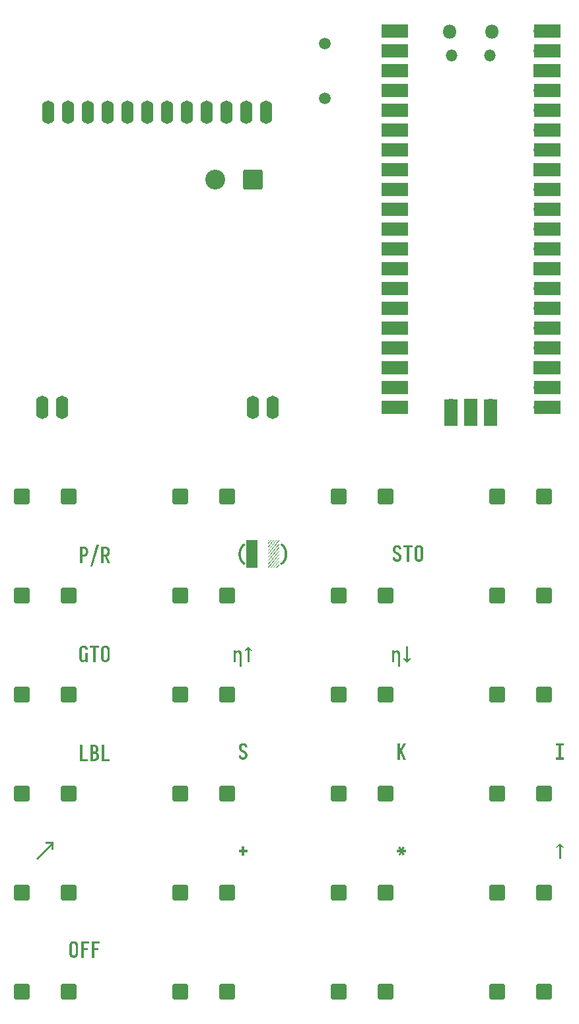
<source format=gbr>
%TF.GenerationSoftware,KiCad,Pcbnew,7.0.5*%
%TF.CreationDate,2023-07-11T16:18:17+08:00*%
%TF.ProjectId,press-beta,70726573-732d-4626-9574-612e6b696361,rev?*%
%TF.SameCoordinates,Original*%
%TF.FileFunction,Soldermask,Top*%
%TF.FilePolarity,Negative*%
%FSLAX46Y46*%
G04 Gerber Fmt 4.6, Leading zero omitted, Abs format (unit mm)*
G04 Created by KiCad (PCBNEW 7.0.5) date 2023-07-11 16:18:17*
%MOMM*%
%LPD*%
G01*
G04 APERTURE LIST*
G04 Aperture macros list*
%AMRoundRect*
0 Rectangle with rounded corners*
0 $1 Rounding radius*
0 $2 $3 $4 $5 $6 $7 $8 $9 X,Y pos of 4 corners*
0 Add a 4 corners polygon primitive as box body*
4,1,4,$2,$3,$4,$5,$6,$7,$8,$9,$2,$3,0*
0 Add four circle primitives for the rounded corners*
1,1,$1+$1,$2,$3*
1,1,$1+$1,$4,$5*
1,1,$1+$1,$6,$7*
1,1,$1+$1,$8,$9*
0 Add four rect primitives between the rounded corners*
20,1,$1+$1,$2,$3,$4,$5,0*
20,1,$1+$1,$4,$5,$6,$7,0*
20,1,$1+$1,$6,$7,$8,$9,0*
20,1,$1+$1,$8,$9,$2,$3,0*%
G04 Aperture macros list end*
%ADD10C,0.400000*%
%ADD11RoundRect,0.200000X-0.800000X-0.800000X0.800000X-0.800000X0.800000X0.800000X-0.800000X0.800000X0*%
%ADD12O,1.600000X3.000000*%
%ADD13O,1.800000X1.800000*%
%ADD14O,1.500000X1.500000*%
%ADD15O,1.700000X1.700000*%
%ADD16R,3.500000X1.700000*%
%ADD17R,1.700000X1.700000*%
%ADD18R,1.700000X3.500000*%
%ADD19RoundRect,0.249999X1.025001X1.025001X-1.025001X1.025001X-1.025001X-1.025001X1.025001X-1.025001X0*%
%ADD20C,2.550000*%
%ADD21C,1.500000*%
G04 APERTURE END LIST*
D10*
G36*
X75619128Y-150790000D02*
G01*
X75619128Y-148695373D01*
X75934201Y-148695373D01*
X75934201Y-150517424D01*
X76634690Y-150517424D01*
X76634690Y-150790000D01*
X75619128Y-150790000D01*
G37*
G36*
X77454691Y-148695719D02*
G01*
X77477579Y-148696756D01*
X77500563Y-148698486D01*
X77523642Y-148700906D01*
X77546816Y-148704019D01*
X77570086Y-148707824D01*
X77579421Y-148709539D01*
X77602562Y-148714467D01*
X77625274Y-148720396D01*
X77647556Y-148727328D01*
X77669409Y-148735261D01*
X77690833Y-148744196D01*
X77711827Y-148754132D01*
X77720105Y-148758387D01*
X77740367Y-148769598D01*
X77759937Y-148781858D01*
X77778816Y-148795167D01*
X77797003Y-148809526D01*
X77814498Y-148824934D01*
X77831302Y-148841392D01*
X77837830Y-148848269D01*
X77853675Y-148865957D01*
X77868541Y-148884218D01*
X77882430Y-148903052D01*
X77895341Y-148922458D01*
X77907274Y-148942436D01*
X77918230Y-148962987D01*
X77922338Y-148971367D01*
X77932077Y-148992495D01*
X77940837Y-149014053D01*
X77948620Y-149036039D01*
X77955425Y-149058455D01*
X77961252Y-149081300D01*
X77966101Y-149104575D01*
X77967767Y-149114005D01*
X77971426Y-149137490D01*
X77974465Y-149160926D01*
X77976883Y-149184316D01*
X77978682Y-149207657D01*
X77979860Y-149230951D01*
X77980418Y-149254197D01*
X77980468Y-149263482D01*
X77980217Y-149284054D01*
X77979466Y-149304555D01*
X77978214Y-149324984D01*
X77976460Y-149345341D01*
X77974206Y-149365627D01*
X77971452Y-149385842D01*
X77970209Y-149393907D01*
X77966703Y-149413738D01*
X77962291Y-149433234D01*
X77956972Y-149452397D01*
X77950746Y-149471226D01*
X77943615Y-149489720D01*
X77935577Y-149507881D01*
X77932108Y-149515052D01*
X77923025Y-149532674D01*
X77913179Y-149549818D01*
X77902569Y-149566486D01*
X77891197Y-149582677D01*
X77879061Y-149598390D01*
X77866162Y-149613627D01*
X77860789Y-149619588D01*
X77846893Y-149633932D01*
X77832376Y-149647657D01*
X77817240Y-149660761D01*
X77801483Y-149673245D01*
X77785107Y-149685109D01*
X77768110Y-149696353D01*
X77761138Y-149700676D01*
X77782833Y-149710864D01*
X77803956Y-149721885D01*
X77824507Y-149733742D01*
X77844485Y-149746434D01*
X77863891Y-149759960D01*
X77882725Y-149774321D01*
X77890098Y-149780300D01*
X77908056Y-149795830D01*
X77924988Y-149812194D01*
X77940895Y-149829394D01*
X77955776Y-149847428D01*
X77969632Y-149866297D01*
X77982462Y-149886001D01*
X77987306Y-149894117D01*
X77998653Y-149914811D01*
X78008878Y-149935981D01*
X78017982Y-149957629D01*
X78025965Y-149979754D01*
X78032828Y-150002356D01*
X78038569Y-150025435D01*
X78040551Y-150034801D01*
X78045055Y-150058357D01*
X78048795Y-150082008D01*
X78051771Y-150105755D01*
X78053985Y-150129597D01*
X78055435Y-150153535D01*
X78056122Y-150177568D01*
X78056183Y-150187208D01*
X78055939Y-150207732D01*
X78055206Y-150228271D01*
X78053985Y-150248826D01*
X78052275Y-150269396D01*
X78050077Y-150289981D01*
X78047390Y-150310581D01*
X78044215Y-150331197D01*
X78040551Y-150351828D01*
X78036384Y-150372314D01*
X78031453Y-150392494D01*
X78025759Y-150412370D01*
X78019302Y-150431939D01*
X78012082Y-150451204D01*
X78004098Y-150470163D01*
X77995351Y-150488818D01*
X77985841Y-150507166D01*
X77975712Y-150525004D01*
X77964867Y-150542368D01*
X77953303Y-150559259D01*
X77941022Y-150575676D01*
X77928024Y-150591621D01*
X77914308Y-150607092D01*
X77899875Y-150622090D01*
X77884724Y-150636615D01*
X77869039Y-150650453D01*
X77853003Y-150663634D01*
X77836616Y-150676159D01*
X77819878Y-150688028D01*
X77802789Y-150699240D01*
X77785348Y-150709796D01*
X77767557Y-150719696D01*
X77749414Y-150728939D01*
X77731080Y-150737495D01*
X77712472Y-150745334D01*
X77693589Y-150752455D01*
X77674431Y-150758859D01*
X77654999Y-150764545D01*
X77635291Y-150769514D01*
X77615309Y-150773765D01*
X77595052Y-150777299D01*
X77574658Y-150780276D01*
X77554264Y-150782855D01*
X77533870Y-150785038D01*
X77513475Y-150786824D01*
X77493081Y-150788213D01*
X77472687Y-150789206D01*
X77452292Y-150789801D01*
X77431898Y-150790000D01*
X76936574Y-150790000D01*
X76936574Y-149843314D01*
X77248716Y-149843314D01*
X77248716Y-150517424D01*
X77431898Y-150517424D01*
X77451989Y-150516900D01*
X77471960Y-150515326D01*
X77491812Y-150512702D01*
X77511544Y-150509029D01*
X77531158Y-150504306D01*
X77550652Y-150498534D01*
X77558416Y-150495931D01*
X77577350Y-150488559D01*
X77595377Y-150479874D01*
X77612498Y-150469878D01*
X77628712Y-150458570D01*
X77644020Y-150445950D01*
X77658422Y-150432018D01*
X77663929Y-150426078D01*
X77676895Y-150410407D01*
X77688620Y-150393925D01*
X77699106Y-150376633D01*
X77708351Y-150358529D01*
X77716355Y-150339615D01*
X77723120Y-150319889D01*
X77725478Y-150311772D01*
X77730826Y-150291176D01*
X77735267Y-150270604D01*
X77738802Y-150250055D01*
X77741430Y-150229531D01*
X77743152Y-150209030D01*
X77743968Y-150188553D01*
X77744041Y-150180369D01*
X77743587Y-150159938D01*
X77742228Y-150139554D01*
X77739962Y-150119218D01*
X77736790Y-150098930D01*
X77732711Y-150078689D01*
X77727726Y-150058496D01*
X77725478Y-150050432D01*
X77719234Y-150030640D01*
X77711797Y-150011563D01*
X77703167Y-149993202D01*
X77693345Y-149975556D01*
X77682330Y-149958626D01*
X77670123Y-149942412D01*
X77664906Y-149936127D01*
X77651253Y-149921248D01*
X77636551Y-149907752D01*
X77620799Y-149895640D01*
X77603998Y-149884912D01*
X77586147Y-149875567D01*
X77567247Y-149867605D01*
X77559393Y-149864808D01*
X77539665Y-149858616D01*
X77519866Y-149853473D01*
X77499995Y-149849380D01*
X77480052Y-149846337D01*
X77460038Y-149844343D01*
X77439952Y-149843398D01*
X77431898Y-149843314D01*
X77248716Y-149843314D01*
X76936574Y-149843314D01*
X76936574Y-148967948D01*
X77248716Y-148967948D01*
X77248716Y-149570739D01*
X77431898Y-149570739D01*
X77451762Y-149569898D01*
X77471420Y-149567373D01*
X77490871Y-149563166D01*
X77510117Y-149557275D01*
X77529156Y-149549702D01*
X77535457Y-149546803D01*
X77553752Y-149536889D01*
X77570537Y-149525463D01*
X77585809Y-149512525D01*
X77599571Y-149498077D01*
X77611821Y-149482117D01*
X77615569Y-149476461D01*
X77626090Y-149458950D01*
X77635307Y-149440855D01*
X77643218Y-149422177D01*
X77649824Y-149402914D01*
X77655125Y-149383067D01*
X77656602Y-149376322D01*
X77660420Y-149355989D01*
X77663448Y-149335655D01*
X77665686Y-149315322D01*
X77667135Y-149294989D01*
X77667793Y-149274656D01*
X77667837Y-149267878D01*
X77667442Y-149247545D01*
X77666257Y-149227212D01*
X77664282Y-149206878D01*
X77661517Y-149186545D01*
X77657962Y-149166212D01*
X77656602Y-149159434D01*
X77651736Y-149139445D01*
X77645565Y-149120142D01*
X77638089Y-149101526D01*
X77629307Y-149083597D01*
X77619221Y-149066355D01*
X77615569Y-149060760D01*
X77603822Y-149044812D01*
X77590564Y-149030306D01*
X77575795Y-149017243D01*
X77559515Y-149005622D01*
X77541723Y-148995444D01*
X77535457Y-148992372D01*
X77516486Y-148984072D01*
X77497309Y-148977489D01*
X77477926Y-148972623D01*
X77458337Y-148969474D01*
X77438542Y-148968043D01*
X77431898Y-148967948D01*
X77248716Y-148967948D01*
X76936574Y-148967948D01*
X76936574Y-148695373D01*
X77431898Y-148695373D01*
X77454691Y-148695719D01*
G37*
G36*
X78417174Y-150790000D02*
G01*
X78417174Y-148695373D01*
X78732247Y-148695373D01*
X78732247Y-150517424D01*
X79432736Y-150517424D01*
X79432736Y-150790000D01*
X78417174Y-150790000D01*
G37*
G36*
X75942505Y-138105631D02*
G01*
X75920631Y-138105082D01*
X75898971Y-138103437D01*
X75877526Y-138100694D01*
X75856295Y-138096854D01*
X75835279Y-138091916D01*
X75814478Y-138085882D01*
X75806218Y-138083161D01*
X75785944Y-138075414D01*
X75766337Y-138066522D01*
X75747399Y-138056485D01*
X75729129Y-138045303D01*
X75711526Y-138032976D01*
X75694591Y-138019505D01*
X75688004Y-138013796D01*
X75672124Y-137998807D01*
X75657149Y-137983151D01*
X75643082Y-137966827D01*
X75629920Y-137949835D01*
X75617665Y-137932175D01*
X75606316Y-137913847D01*
X75602031Y-137906329D01*
X75591844Y-137887116D01*
X75582348Y-137867641D01*
X75573544Y-137847904D01*
X75565432Y-137827904D01*
X75558012Y-137807642D01*
X75551284Y-137787117D01*
X75548786Y-137778834D01*
X75542978Y-137758002D01*
X75537766Y-137737027D01*
X75533151Y-137715908D01*
X75529132Y-137694647D01*
X75525709Y-137673242D01*
X75522883Y-137651694D01*
X75521919Y-137643035D01*
X75519949Y-137621323D01*
X75518313Y-137599539D01*
X75517010Y-137577683D01*
X75516042Y-137555756D01*
X75515408Y-137533758D01*
X75515107Y-137511688D01*
X75515080Y-137502840D01*
X75515080Y-136582533D01*
X75515355Y-136558683D01*
X75516177Y-136534762D01*
X75517549Y-136510770D01*
X75519469Y-136486705D01*
X75521938Y-136462570D01*
X75524955Y-136438363D01*
X75526315Y-136428660D01*
X75529430Y-136409235D01*
X75533154Y-136390039D01*
X75538669Y-136366366D01*
X75545137Y-136343051D01*
X75552560Y-136320093D01*
X75560937Y-136297494D01*
X75568325Y-136279672D01*
X75578596Y-136257787D01*
X75589868Y-136236404D01*
X75602142Y-136215522D01*
X75615418Y-136195141D01*
X75626760Y-136179196D01*
X75638744Y-136163572D01*
X75651368Y-136148269D01*
X75664671Y-136133362D01*
X75678448Y-136119173D01*
X75692698Y-136105702D01*
X75711176Y-136089871D01*
X75730394Y-136075162D01*
X75750351Y-136061574D01*
X75771047Y-136049106D01*
X75792315Y-136037748D01*
X75813990Y-136027487D01*
X75836069Y-136018323D01*
X75858554Y-136010256D01*
X75881445Y-136003287D01*
X75904741Y-135997415D01*
X75914173Y-135995373D01*
X75937987Y-135990870D01*
X75961800Y-135987130D01*
X75985614Y-135984153D01*
X76009428Y-135981939D01*
X76033241Y-135980489D01*
X76057055Y-135979802D01*
X76066581Y-135979741D01*
X76089302Y-135980051D01*
X76111975Y-135980982D01*
X76134601Y-135982532D01*
X76157179Y-135984702D01*
X76179710Y-135987493D01*
X76202193Y-135990904D01*
X76211172Y-135992442D01*
X76233433Y-135996900D01*
X76255336Y-136002336D01*
X76276882Y-136008749D01*
X76298069Y-136016141D01*
X76318899Y-136024511D01*
X76339371Y-136033858D01*
X76347460Y-136037871D01*
X76367476Y-136048588D01*
X76386920Y-136060282D01*
X76405792Y-136072955D01*
X76424091Y-136086605D01*
X76441818Y-136101234D01*
X76458972Y-136116840D01*
X76465673Y-136123356D01*
X76481940Y-136140012D01*
X76497158Y-136157312D01*
X76511326Y-136175255D01*
X76524444Y-136193843D01*
X76536513Y-136213075D01*
X76547533Y-136232951D01*
X76551647Y-136241081D01*
X76561481Y-136261563D01*
X76570528Y-136282402D01*
X76578788Y-136303599D01*
X76586261Y-136325154D01*
X76592946Y-136347067D01*
X76598845Y-136369337D01*
X76600984Y-136378346D01*
X76605909Y-136400974D01*
X76610000Y-136423674D01*
X76613256Y-136446445D01*
X76615677Y-136469288D01*
X76617263Y-136492202D01*
X76618014Y-136515188D01*
X76618081Y-136524403D01*
X76305450Y-136524403D01*
X76305450Y-136521472D01*
X76304772Y-136499530D01*
X76302739Y-136477728D01*
X76299349Y-136456066D01*
X76294604Y-136434544D01*
X76291284Y-136422309D01*
X76284459Y-136401145D01*
X76275950Y-136380822D01*
X76265759Y-136361341D01*
X76253884Y-136342701D01*
X76246343Y-136332428D01*
X76231991Y-136315505D01*
X76215863Y-136300638D01*
X76197958Y-136287829D01*
X76178276Y-136277076D01*
X76166232Y-136271856D01*
X76147696Y-136265215D01*
X76125984Y-136259205D01*
X76104179Y-136255064D01*
X76082280Y-136252793D01*
X76066581Y-136252316D01*
X76045857Y-136253205D01*
X76024901Y-136255871D01*
X76003713Y-136260315D01*
X75991842Y-136263551D01*
X75973402Y-136270085D01*
X75954116Y-136279625D01*
X75936376Y-136291483D01*
X75925408Y-136300676D01*
X75910364Y-136315660D01*
X75896557Y-136332035D01*
X75883986Y-136349801D01*
X75877537Y-136360272D01*
X75868286Y-136377552D01*
X75859120Y-136397430D01*
X75851267Y-136417772D01*
X75846762Y-136431591D01*
X75840983Y-136452353D01*
X75836286Y-136473425D01*
X75832671Y-136494806D01*
X75831131Y-136506817D01*
X75829241Y-136528366D01*
X75827971Y-136550146D01*
X75827360Y-136569700D01*
X75827223Y-136584487D01*
X75827223Y-137507236D01*
X75827618Y-137528554D01*
X75828803Y-137550009D01*
X75830778Y-137571602D01*
X75833542Y-137593332D01*
X75837097Y-137615199D01*
X75838458Y-137622519D01*
X75843306Y-137644077D01*
X75849426Y-137665154D01*
X75856816Y-137685751D01*
X75865477Y-137705867D01*
X75875409Y-137725501D01*
X75879002Y-137731939D01*
X75891001Y-137750200D01*
X75904648Y-137766881D01*
X75919943Y-137781983D01*
X75936888Y-137795504D01*
X75955481Y-137807445D01*
X75962045Y-137811074D01*
X75982281Y-137820703D01*
X76002688Y-137828339D01*
X76023268Y-137833983D01*
X76044019Y-137837636D01*
X76064942Y-137839296D01*
X76071954Y-137839406D01*
X76092562Y-137838402D01*
X76113170Y-137835388D01*
X76133778Y-137830365D01*
X76145227Y-137826706D01*
X76165139Y-137818557D01*
X76183661Y-137808399D01*
X76200791Y-137796232D01*
X76209707Y-137788604D01*
X76224716Y-137773384D01*
X76237871Y-137756850D01*
X76249171Y-137739003D01*
X76254648Y-137728520D01*
X76263685Y-137709054D01*
X76271563Y-137689124D01*
X76278282Y-137668731D01*
X76281514Y-137657201D01*
X76286782Y-137636202D01*
X76291046Y-137614972D01*
X76294304Y-137593510D01*
X76295680Y-137581486D01*
X76297806Y-137559933D01*
X76299235Y-137538690D01*
X76299969Y-137517756D01*
X76300077Y-137506259D01*
X76300077Y-136933265D01*
X76612219Y-136933265D01*
X76612219Y-138090000D01*
X76325478Y-138090000D01*
X76325478Y-137765645D01*
X76319789Y-137786487D01*
X76313409Y-137807185D01*
X76306337Y-137827741D01*
X76298573Y-137848153D01*
X76290118Y-137868423D01*
X76280971Y-137888549D01*
X76277118Y-137896559D01*
X76267048Y-137916187D01*
X76256071Y-137935075D01*
X76244188Y-137953224D01*
X76231399Y-137970633D01*
X76217703Y-137987303D01*
X76203101Y-138003234D01*
X76197006Y-138009399D01*
X76181276Y-138024056D01*
X76164616Y-138037497D01*
X76147025Y-138049721D01*
X76128504Y-138060729D01*
X76109053Y-138070520D01*
X76088671Y-138079094D01*
X76080258Y-138082184D01*
X76059121Y-138088939D01*
X76037840Y-138094549D01*
X76016416Y-138099014D01*
X75994850Y-138102334D01*
X75973140Y-138104509D01*
X75951287Y-138105539D01*
X75942505Y-138105631D01*
G37*
G36*
X77316127Y-138090000D02*
G01*
X77316127Y-136267948D01*
X76902868Y-136267948D01*
X76902868Y-135995373D01*
X78044948Y-135995373D01*
X78044948Y-136267948D01*
X77631689Y-136267948D01*
X77631689Y-138090000D01*
X77316127Y-138090000D01*
G37*
G36*
X78892570Y-135979986D02*
G01*
X78912162Y-135980718D01*
X78931710Y-135981939D01*
X78951211Y-135983649D01*
X78970666Y-135985847D01*
X78990076Y-135988534D01*
X79009440Y-135991709D01*
X79028758Y-135995373D01*
X79048015Y-135999632D01*
X79066951Y-136004593D01*
X79090171Y-136011782D01*
X79112890Y-136020068D01*
X79135108Y-136029451D01*
X79156825Y-136039932D01*
X79173838Y-136049106D01*
X79194663Y-136061538D01*
X79214701Y-136075019D01*
X79233952Y-136089549D01*
X79252416Y-136105129D01*
X79270092Y-136121759D01*
X79283667Y-136135818D01*
X79293517Y-136146803D01*
X79306248Y-136161901D01*
X79318308Y-136177395D01*
X79329696Y-136193286D01*
X79342986Y-136213708D01*
X79355227Y-136234750D01*
X79366418Y-136256412D01*
X79374615Y-136274188D01*
X79376560Y-136278695D01*
X79385736Y-136301254D01*
X79394029Y-136324051D01*
X79401440Y-136347087D01*
X79407968Y-136370362D01*
X79413614Y-136393875D01*
X79418377Y-136417627D01*
X79420035Y-136427194D01*
X79423694Y-136451079D01*
X79426733Y-136475108D01*
X79429151Y-136499279D01*
X79430950Y-136523594D01*
X79431942Y-136543148D01*
X79432537Y-136562795D01*
X79432736Y-136582533D01*
X79432736Y-137502840D01*
X79432537Y-137522585D01*
X79431942Y-137542254D01*
X79430950Y-137561847D01*
X79429560Y-137581364D01*
X79427266Y-137605652D01*
X79424351Y-137629821D01*
X79420816Y-137653871D01*
X79420035Y-137658667D01*
X79415625Y-137682385D01*
X79410332Y-137705912D01*
X79404157Y-137729249D01*
X79397099Y-137752395D01*
X79389159Y-137775350D01*
X79380336Y-137798114D01*
X79376560Y-137807166D01*
X79366418Y-137829308D01*
X79355227Y-137850853D01*
X79342986Y-137871802D01*
X79329696Y-137892155D01*
X79315356Y-137911912D01*
X79303128Y-137927287D01*
X79293517Y-137938569D01*
X79280320Y-137953132D01*
X79263116Y-137970391D01*
X79245125Y-137986601D01*
X79226346Y-138001761D01*
X79206780Y-138015872D01*
X79186428Y-138028933D01*
X79173838Y-138036266D01*
X79152522Y-138047624D01*
X79130704Y-138057885D01*
X79108386Y-138067049D01*
X79085567Y-138075116D01*
X79062247Y-138082085D01*
X79043231Y-138086871D01*
X79028758Y-138090000D01*
X79009440Y-138093663D01*
X78990076Y-138096838D01*
X78970666Y-138099525D01*
X78951211Y-138101723D01*
X78931710Y-138103433D01*
X78912162Y-138104654D01*
X78892570Y-138105387D01*
X78872931Y-138105631D01*
X78853285Y-138105387D01*
X78833669Y-138104654D01*
X78814084Y-138103433D01*
X78794529Y-138101723D01*
X78775005Y-138099525D01*
X78755511Y-138096838D01*
X78736048Y-138093663D01*
X78716616Y-138090000D01*
X78697465Y-138085741D01*
X78673936Y-138079429D01*
X78650859Y-138072021D01*
X78628235Y-138063515D01*
X78606065Y-138053913D01*
X78584348Y-138043213D01*
X78571535Y-138036266D01*
X78550839Y-138023834D01*
X78530882Y-138010353D01*
X78511665Y-137995823D01*
X78493187Y-137980243D01*
X78475448Y-137963613D01*
X78461790Y-137949554D01*
X78451856Y-137938569D01*
X78439240Y-137923479D01*
X78427279Y-137908008D01*
X78413252Y-137888132D01*
X78400250Y-137867660D01*
X78388274Y-137846592D01*
X78377324Y-137824927D01*
X78369302Y-137807166D01*
X78361891Y-137789031D01*
X78353421Y-137766191D01*
X78345834Y-137743159D01*
X78339129Y-137719937D01*
X78333307Y-137696524D01*
X78328367Y-137672920D01*
X78325827Y-137658667D01*
X78322168Y-137634641D01*
X78319129Y-137610495D01*
X78316711Y-137586231D01*
X78315222Y-137566734D01*
X78314131Y-137547160D01*
X78313436Y-137527510D01*
X78313139Y-137507783D01*
X78313126Y-137502840D01*
X78313126Y-137502351D01*
X78625269Y-137502351D01*
X78625513Y-137522043D01*
X78626372Y-137543978D01*
X78627849Y-137565681D01*
X78629177Y-137580020D01*
X78632306Y-137601375D01*
X78636750Y-137622576D01*
X78642507Y-137643622D01*
X78646274Y-137655247D01*
X78653959Y-137675623D01*
X78662726Y-137695536D01*
X78672575Y-137714985D01*
X78678514Y-137725589D01*
X78690514Y-137743930D01*
X78703982Y-137761035D01*
X78718918Y-137776903D01*
X78727851Y-137785184D01*
X78745230Y-137798352D01*
X78763846Y-137809279D01*
X78783698Y-137817964D01*
X78795262Y-137821821D01*
X78814404Y-137826736D01*
X78833730Y-137830247D01*
X78853239Y-137832354D01*
X78872931Y-137833056D01*
X78892593Y-137832354D01*
X78914420Y-137829885D01*
X78935938Y-137825639D01*
X78950112Y-137821821D01*
X78968613Y-137815318D01*
X78988113Y-137805885D01*
X79006223Y-137794212D01*
X79017523Y-137785184D01*
X79031780Y-137771751D01*
X79046288Y-137755471D01*
X79059172Y-137737954D01*
X79066860Y-137725589D01*
X79077546Y-137706398D01*
X79087073Y-137686743D01*
X79095440Y-137666625D01*
X79099588Y-137655247D01*
X79106037Y-137634287D01*
X79111094Y-137613173D01*
X79114761Y-137591903D01*
X79116197Y-137580020D01*
X79118322Y-137558472D01*
X79119752Y-137536692D01*
X79120439Y-137517137D01*
X79120593Y-137502351D01*
X79120593Y-136583021D01*
X79120318Y-136563329D01*
X79119352Y-136541394D01*
X79117691Y-136519692D01*
X79116197Y-136505352D01*
X79113303Y-136484036D01*
X79109018Y-136462951D01*
X79103343Y-136442098D01*
X79099588Y-136430614D01*
X79092780Y-136412265D01*
X79084026Y-136392133D01*
X79074113Y-136372543D01*
X79066860Y-136359783D01*
X79055057Y-136341481D01*
X79041632Y-136324492D01*
X79026584Y-136308817D01*
X79017523Y-136300676D01*
X79000341Y-136287273D01*
X78981768Y-136276187D01*
X78961804Y-136267420D01*
X78950112Y-136263551D01*
X78931183Y-136258636D01*
X78909596Y-136254785D01*
X78890148Y-136252854D01*
X78872931Y-136252316D01*
X78853239Y-136253019D01*
X78833730Y-136255125D01*
X78814404Y-136258636D01*
X78795262Y-136263551D01*
X78774722Y-136271030D01*
X78755420Y-136280828D01*
X78737353Y-136292944D01*
X78727851Y-136300676D01*
X78712098Y-136315621D01*
X78697815Y-136331880D01*
X78684999Y-136349453D01*
X78678514Y-136359783D01*
X78668064Y-136379013D01*
X78658696Y-136398784D01*
X78650410Y-136419096D01*
X78646274Y-136430614D01*
X78639786Y-136451338D01*
X78634613Y-136472293D01*
X78630753Y-136493481D01*
X78629177Y-136505352D01*
X78627288Y-136526900D01*
X78626017Y-136548680D01*
X78625406Y-136568235D01*
X78625269Y-136583021D01*
X78625269Y-137502351D01*
X78313126Y-137502351D01*
X78313126Y-136582533D01*
X78313325Y-136562795D01*
X78313920Y-136543148D01*
X78314912Y-136523594D01*
X78316711Y-136499279D01*
X78319129Y-136475108D01*
X78322168Y-136451079D01*
X78325827Y-136427194D01*
X78330237Y-136403347D01*
X78335530Y-136379739D01*
X78341705Y-136356369D01*
X78348763Y-136333237D01*
X78356703Y-136310344D01*
X78365526Y-136287690D01*
X78369302Y-136278695D01*
X78377324Y-136260819D01*
X78388274Y-136239033D01*
X78400250Y-136217867D01*
X78413252Y-136197321D01*
X78427279Y-136177395D01*
X78439240Y-136161901D01*
X78451856Y-136146803D01*
X78465160Y-136132240D01*
X78478937Y-136118349D01*
X78496823Y-136101930D01*
X78515449Y-136086559D01*
X78534814Y-136072239D01*
X78554919Y-136058968D01*
X78571535Y-136049106D01*
X78592980Y-136037748D01*
X78614879Y-136027487D01*
X78637230Y-136018323D01*
X78660035Y-136010256D01*
X78683293Y-136003287D01*
X78707004Y-135997415D01*
X78716616Y-135995373D01*
X78736048Y-135991709D01*
X78755511Y-135988534D01*
X78775005Y-135985847D01*
X78794529Y-135983649D01*
X78814084Y-135981939D01*
X78833669Y-135980718D01*
X78853285Y-135979986D01*
X78872931Y-135979741D01*
X78892570Y-135979986D01*
G37*
G36*
X116351514Y-150600000D02*
G01*
X116351514Y-148505373D01*
X116663657Y-148505373D01*
X116663657Y-149361200D01*
X117085708Y-148505373D01*
X117426183Y-148505373D01*
X116908388Y-149463293D01*
X117426183Y-150600000D01*
X117088639Y-150600000D01*
X116725694Y-149801325D01*
X116663657Y-149915143D01*
X116663657Y-150600000D01*
X116351514Y-150600000D01*
G37*
G36*
X70170383Y-163425540D02*
G01*
X69978897Y-163234054D01*
X71830258Y-161392951D01*
X71200111Y-161392951D01*
X71211346Y-161174110D01*
X72210300Y-161174110D01*
X72210300Y-162189672D01*
X71979246Y-162189672D01*
X72021744Y-161566852D01*
X70170383Y-163425540D01*
G37*
G36*
X74824524Y-173889986D02*
G01*
X74844116Y-173890718D01*
X74863663Y-173891939D01*
X74883165Y-173893649D01*
X74902620Y-173895847D01*
X74922030Y-173898534D01*
X74941394Y-173901709D01*
X74960712Y-173905373D01*
X74979969Y-173909632D01*
X74998905Y-173914593D01*
X75022125Y-173921782D01*
X75044844Y-173930068D01*
X75067062Y-173939451D01*
X75088779Y-173949932D01*
X75105792Y-173959106D01*
X75126617Y-173971538D01*
X75146655Y-173985019D01*
X75165906Y-173999549D01*
X75184370Y-174015129D01*
X75202046Y-174031759D01*
X75215621Y-174045818D01*
X75225471Y-174056803D01*
X75238202Y-174071901D01*
X75250262Y-174087395D01*
X75261650Y-174103286D01*
X75274940Y-174123708D01*
X75287181Y-174144750D01*
X75298372Y-174166412D01*
X75306569Y-174184188D01*
X75308514Y-174188695D01*
X75317689Y-174211254D01*
X75325983Y-174234051D01*
X75333394Y-174257087D01*
X75339922Y-174280362D01*
X75345567Y-174303875D01*
X75350331Y-174327627D01*
X75351989Y-174337194D01*
X75355648Y-174361079D01*
X75358686Y-174385108D01*
X75361105Y-174409279D01*
X75362903Y-174433594D01*
X75363896Y-174453148D01*
X75364491Y-174472795D01*
X75364690Y-174492533D01*
X75364690Y-175412840D01*
X75364491Y-175432585D01*
X75363896Y-175452254D01*
X75362903Y-175471847D01*
X75361514Y-175491364D01*
X75359220Y-175515652D01*
X75356305Y-175539821D01*
X75352770Y-175563871D01*
X75351989Y-175568667D01*
X75347579Y-175592385D01*
X75342286Y-175615912D01*
X75336111Y-175639249D01*
X75329053Y-175662395D01*
X75321113Y-175685350D01*
X75312290Y-175708114D01*
X75308514Y-175717166D01*
X75298372Y-175739308D01*
X75287181Y-175760853D01*
X75274940Y-175781802D01*
X75261650Y-175802155D01*
X75247310Y-175821912D01*
X75235082Y-175837287D01*
X75225471Y-175848569D01*
X75212274Y-175863132D01*
X75195070Y-175880391D01*
X75177079Y-175896601D01*
X75158300Y-175911761D01*
X75138734Y-175925872D01*
X75118382Y-175938933D01*
X75105792Y-175946266D01*
X75084476Y-175957624D01*
X75062658Y-175967885D01*
X75040340Y-175977049D01*
X75017521Y-175985116D01*
X74994201Y-175992085D01*
X74975185Y-175996871D01*
X74960712Y-176000000D01*
X74941394Y-176003663D01*
X74922030Y-176006838D01*
X74902620Y-176009525D01*
X74883165Y-176011723D01*
X74863663Y-176013433D01*
X74844116Y-176014654D01*
X74824524Y-176015387D01*
X74804885Y-176015631D01*
X74785239Y-176015387D01*
X74765623Y-176014654D01*
X74746038Y-176013433D01*
X74726483Y-176011723D01*
X74706959Y-176009525D01*
X74687465Y-176006838D01*
X74668002Y-176003663D01*
X74648569Y-176000000D01*
X74629419Y-175995741D01*
X74605889Y-175989429D01*
X74582813Y-175982021D01*
X74560189Y-175973515D01*
X74538019Y-175963913D01*
X74516302Y-175953213D01*
X74503489Y-175946266D01*
X74482793Y-175933834D01*
X74462836Y-175920353D01*
X74443619Y-175905823D01*
X74425141Y-175890243D01*
X74407402Y-175873613D01*
X74393744Y-175859554D01*
X74383810Y-175848569D01*
X74371194Y-175833479D01*
X74359233Y-175818008D01*
X74345206Y-175798132D01*
X74332204Y-175777660D01*
X74320228Y-175756592D01*
X74309278Y-175734927D01*
X74301256Y-175717166D01*
X74293845Y-175699031D01*
X74285375Y-175676191D01*
X74277788Y-175653159D01*
X74271083Y-175629937D01*
X74265261Y-175606524D01*
X74260321Y-175582920D01*
X74257781Y-175568667D01*
X74254122Y-175544641D01*
X74251083Y-175520495D01*
X74248665Y-175496231D01*
X74247176Y-175476734D01*
X74246085Y-175457160D01*
X74245390Y-175437510D01*
X74245093Y-175417783D01*
X74245080Y-175412840D01*
X74245080Y-175412351D01*
X74557223Y-175412351D01*
X74557467Y-175432043D01*
X74558326Y-175453978D01*
X74559802Y-175475681D01*
X74561131Y-175490020D01*
X74564260Y-175511375D01*
X74568704Y-175532576D01*
X74574461Y-175553622D01*
X74578228Y-175565247D01*
X74585913Y-175585623D01*
X74594680Y-175605536D01*
X74604528Y-175624985D01*
X74610468Y-175635589D01*
X74622467Y-175653930D01*
X74635936Y-175671035D01*
X74650872Y-175686903D01*
X74659805Y-175695184D01*
X74677184Y-175708352D01*
X74695800Y-175719279D01*
X74715652Y-175727964D01*
X74727216Y-175731821D01*
X74746358Y-175736736D01*
X74765684Y-175740247D01*
X74785193Y-175742354D01*
X74804885Y-175743056D01*
X74824546Y-175742354D01*
X74846374Y-175739885D01*
X74867892Y-175735639D01*
X74882066Y-175731821D01*
X74900567Y-175725318D01*
X74920067Y-175715885D01*
X74938177Y-175704212D01*
X74949477Y-175695184D01*
X74963734Y-175681751D01*
X74978242Y-175665471D01*
X74991126Y-175647954D01*
X74998814Y-175635589D01*
X75009500Y-175616398D01*
X75019027Y-175596743D01*
X75027394Y-175576625D01*
X75031542Y-175565247D01*
X75037991Y-175544287D01*
X75043048Y-175523173D01*
X75046715Y-175501903D01*
X75048151Y-175490020D01*
X75050276Y-175468472D01*
X75051706Y-175446692D01*
X75052393Y-175427137D01*
X75052547Y-175412351D01*
X75052547Y-174493021D01*
X75052272Y-174473329D01*
X75051306Y-174451394D01*
X75049645Y-174429692D01*
X75048151Y-174415352D01*
X75045257Y-174394036D01*
X75040972Y-174372951D01*
X75035297Y-174352098D01*
X75031542Y-174340614D01*
X75024734Y-174322265D01*
X75015980Y-174302133D01*
X75006067Y-174282543D01*
X74998814Y-174269783D01*
X74987011Y-174251481D01*
X74973586Y-174234492D01*
X74958538Y-174218817D01*
X74949477Y-174210676D01*
X74932295Y-174197273D01*
X74913722Y-174186187D01*
X74893758Y-174177420D01*
X74882066Y-174173551D01*
X74863137Y-174168636D01*
X74841550Y-174164785D01*
X74822102Y-174162854D01*
X74804885Y-174162316D01*
X74785193Y-174163019D01*
X74765684Y-174165125D01*
X74746358Y-174168636D01*
X74727216Y-174173551D01*
X74706676Y-174181030D01*
X74687374Y-174190828D01*
X74669307Y-174202944D01*
X74659805Y-174210676D01*
X74644052Y-174225621D01*
X74629769Y-174241880D01*
X74616953Y-174259453D01*
X74610468Y-174269783D01*
X74600018Y-174289013D01*
X74590650Y-174308784D01*
X74582363Y-174329096D01*
X74578228Y-174340614D01*
X74571740Y-174361338D01*
X74566567Y-174382293D01*
X74562707Y-174403481D01*
X74561131Y-174415352D01*
X74559241Y-174436900D01*
X74557971Y-174458680D01*
X74557360Y-174478235D01*
X74557223Y-174493021D01*
X74557223Y-175412351D01*
X74245080Y-175412351D01*
X74245080Y-174492533D01*
X74245279Y-174472795D01*
X74245874Y-174453148D01*
X74246866Y-174433594D01*
X74248665Y-174409279D01*
X74251083Y-174385108D01*
X74254122Y-174361079D01*
X74257781Y-174337194D01*
X74262191Y-174313347D01*
X74267484Y-174289739D01*
X74273659Y-174266369D01*
X74280717Y-174243237D01*
X74288657Y-174220344D01*
X74297480Y-174197690D01*
X74301256Y-174188695D01*
X74309278Y-174170819D01*
X74320228Y-174149033D01*
X74332204Y-174127867D01*
X74345206Y-174107321D01*
X74359233Y-174087395D01*
X74371194Y-174071901D01*
X74383810Y-174056803D01*
X74397114Y-174042240D01*
X74410891Y-174028349D01*
X74428777Y-174011930D01*
X74447403Y-173996559D01*
X74466768Y-173982239D01*
X74486873Y-173968968D01*
X74503489Y-173959106D01*
X74524934Y-173947748D01*
X74546833Y-173937487D01*
X74569184Y-173928323D01*
X74591989Y-173920256D01*
X74615247Y-173913287D01*
X74638958Y-173907415D01*
X74648569Y-173905373D01*
X74668002Y-173901709D01*
X74687465Y-173898534D01*
X74706959Y-173895847D01*
X74726483Y-173893649D01*
X74746038Y-173891939D01*
X74765623Y-173890718D01*
X74785239Y-173889986D01*
X74804885Y-173889741D01*
X74824524Y-173889986D01*
G37*
G36*
X75748151Y-176000000D02*
G01*
X75748151Y-173905373D01*
X76741242Y-173905373D01*
X76741242Y-174177948D01*
X76063224Y-174177948D01*
X76063224Y-174780739D01*
X76581019Y-174780739D01*
X76581019Y-175053314D01*
X76063224Y-175053314D01*
X76063224Y-176000000D01*
X75748151Y-176000000D01*
G37*
G36*
X77147174Y-176000000D02*
G01*
X77147174Y-173905373D01*
X78140265Y-173905373D01*
X78140265Y-174177948D01*
X77462247Y-174177948D01*
X77462247Y-174780739D01*
X77980042Y-174780739D01*
X77980042Y-175053314D01*
X77462247Y-175053314D01*
X77462247Y-176000000D01*
X77147174Y-176000000D01*
G37*
G36*
X76108735Y-123295640D02*
G01*
X76128466Y-123296441D01*
X76148242Y-123297777D01*
X76168064Y-123299647D01*
X76187931Y-123302051D01*
X76207845Y-123304990D01*
X76227804Y-123308463D01*
X76247809Y-123312470D01*
X76267661Y-123317126D01*
X76287162Y-123322545D01*
X76306313Y-123328727D01*
X76325112Y-123335673D01*
X76343560Y-123343382D01*
X76361657Y-123351854D01*
X76379402Y-123361089D01*
X76396797Y-123371088D01*
X76413863Y-123381827D01*
X76430380Y-123393284D01*
X76446348Y-123405458D01*
X76461766Y-123418349D01*
X76476634Y-123431958D01*
X76490953Y-123446284D01*
X76504722Y-123461328D01*
X76517941Y-123477090D01*
X76530695Y-123493362D01*
X76542824Y-123509940D01*
X76554326Y-123526823D01*
X76565202Y-123544012D01*
X76575453Y-123561506D01*
X76585078Y-123579305D01*
X76594076Y-123597410D01*
X76602449Y-123615819D01*
X76610181Y-123634496D01*
X76617257Y-123653402D01*
X76623676Y-123672537D01*
X76629438Y-123691901D01*
X76634544Y-123711494D01*
X76638994Y-123731316D01*
X76642788Y-123751367D01*
X76645925Y-123771646D01*
X76648558Y-123792064D01*
X76650840Y-123812527D01*
X76652771Y-123833035D01*
X76654351Y-123853590D01*
X76655580Y-123874190D01*
X76656458Y-123894836D01*
X76656984Y-123915528D01*
X76657160Y-123936266D01*
X76656984Y-123957004D01*
X76656458Y-123977696D01*
X76655580Y-123998342D01*
X76654351Y-124018942D01*
X76652771Y-124039497D01*
X76650840Y-124060006D01*
X76648558Y-124080469D01*
X76645925Y-124100886D01*
X76642788Y-124121166D01*
X76638994Y-124141216D01*
X76634544Y-124161038D01*
X76629438Y-124180631D01*
X76623676Y-124199995D01*
X76617257Y-124219130D01*
X76610181Y-124238036D01*
X76602449Y-124256713D01*
X76594076Y-124275122D01*
X76585078Y-124293227D01*
X76575453Y-124311026D01*
X76565202Y-124328520D01*
X76554326Y-124345709D01*
X76542824Y-124362592D01*
X76530695Y-124379170D01*
X76517941Y-124395443D01*
X76504722Y-124411204D01*
X76490953Y-124426248D01*
X76476634Y-124440574D01*
X76461766Y-124454183D01*
X76446348Y-124467074D01*
X76430380Y-124479248D01*
X76413863Y-124490705D01*
X76396797Y-124501444D01*
X76379402Y-124511443D01*
X76361657Y-124520678D01*
X76343560Y-124529150D01*
X76325112Y-124536859D01*
X76306313Y-124543805D01*
X76287162Y-124549987D01*
X76267661Y-124555406D01*
X76247809Y-124560062D01*
X76227804Y-124564069D01*
X76207845Y-124567542D01*
X76187931Y-124570481D01*
X76168064Y-124572885D01*
X76148242Y-124574755D01*
X76128466Y-124576091D01*
X76108735Y-124576892D01*
X76089051Y-124577159D01*
X75892191Y-124577159D01*
X75892191Y-125390000D01*
X75579560Y-125390000D01*
X75579560Y-123567948D01*
X75892191Y-123567948D01*
X75892191Y-124304584D01*
X76089051Y-124304584D01*
X76109873Y-124303790D01*
X76130328Y-124301409D01*
X76150417Y-124297440D01*
X76170140Y-124291884D01*
X76189374Y-124284312D01*
X76207509Y-124274787D01*
X76224545Y-124263307D01*
X76240482Y-124249874D01*
X76255380Y-124234945D01*
X76268814Y-124218977D01*
X76280782Y-124201972D01*
X76291284Y-124183928D01*
X76300840Y-124164877D01*
X76309480Y-124145338D01*
X76317204Y-124125310D01*
X76324013Y-124104794D01*
X76329813Y-124083819D01*
X76334515Y-124062906D01*
X76338118Y-124042054D01*
X76340621Y-124021263D01*
X76342545Y-124000197D01*
X76343918Y-123979009D01*
X76344743Y-123957698D01*
X76345017Y-123936266D01*
X76344743Y-123914864D01*
X76343918Y-123893646D01*
X76342545Y-123872610D01*
X76340621Y-123851758D01*
X76338118Y-123830784D01*
X76334515Y-123809870D01*
X76329813Y-123789018D01*
X76324013Y-123768227D01*
X76317204Y-123747527D01*
X76309480Y-123727438D01*
X76300840Y-123707960D01*
X76291284Y-123689092D01*
X76280782Y-123670835D01*
X76268814Y-123653677D01*
X76255380Y-123637618D01*
X76240482Y-123622658D01*
X76224545Y-123609255D01*
X76207509Y-123597868D01*
X76189374Y-123588495D01*
X76170140Y-123581137D01*
X76150417Y-123575367D01*
X76130328Y-123571245D01*
X76109873Y-123568772D01*
X76089051Y-123567948D01*
X75892191Y-123567948D01*
X75579560Y-123567948D01*
X75579560Y-123295373D01*
X76089051Y-123295373D01*
X76108735Y-123295640D01*
G37*
G36*
X76911172Y-125796420D02*
G01*
X77715708Y-123045268D01*
X78036643Y-123045268D01*
X77232108Y-125796420D01*
X76911172Y-125796420D01*
G37*
G36*
X78906736Y-123295663D02*
G01*
X78926329Y-123296533D01*
X78945876Y-123297983D01*
X78965377Y-123300013D01*
X78984832Y-123302624D01*
X79004242Y-123305814D01*
X79023606Y-123309585D01*
X79042924Y-123313935D01*
X79062181Y-123318958D01*
X79081117Y-123324743D01*
X79099733Y-123331292D01*
X79118029Y-123338604D01*
X79136003Y-123346679D01*
X79153658Y-123355518D01*
X79170991Y-123365119D01*
X79188004Y-123375484D01*
X79204575Y-123386567D01*
X79220580Y-123398321D01*
X79236021Y-123410747D01*
X79250897Y-123423845D01*
X79265208Y-123437614D01*
X79278954Y-123452055D01*
X79292136Y-123467167D01*
X79304752Y-123482951D01*
X79316751Y-123499224D01*
X79328078Y-123515802D01*
X79338733Y-123532685D01*
X79348716Y-123549874D01*
X79358028Y-123567368D01*
X79366668Y-123585167D01*
X79374636Y-123603271D01*
X79381933Y-123621681D01*
X79388749Y-123640335D01*
X79395031Y-123659173D01*
X79400778Y-123678193D01*
X79405991Y-123697397D01*
X79410670Y-123716783D01*
X79414814Y-123736353D01*
X79418424Y-123756106D01*
X79421500Y-123776043D01*
X79424134Y-123796071D01*
X79426416Y-123816099D01*
X79428347Y-123836127D01*
X79429927Y-123856154D01*
X79431156Y-123876182D01*
X79432033Y-123896210D01*
X79432560Y-123916238D01*
X79432736Y-123936266D01*
X79432491Y-123959950D01*
X79431759Y-123983619D01*
X79430537Y-124007272D01*
X79428828Y-124030910D01*
X79426629Y-124054533D01*
X79423943Y-124078141D01*
X79420768Y-124101733D01*
X79417104Y-124125310D01*
X79412891Y-124148727D01*
X79407823Y-124171838D01*
X79401900Y-124194644D01*
X79395122Y-124217145D01*
X79387490Y-124239341D01*
X79379002Y-124261231D01*
X79369660Y-124282816D01*
X79359463Y-124304096D01*
X79348495Y-124324910D01*
X79336595Y-124345098D01*
X79323765Y-124364660D01*
X79310004Y-124383597D01*
X79295311Y-124401907D01*
X79279687Y-124419592D01*
X79263132Y-124436651D01*
X79245646Y-124453084D01*
X79227457Y-124468685D01*
X79208795Y-124483248D01*
X79189661Y-124496773D01*
X79170052Y-124509260D01*
X79149971Y-124520709D01*
X79129416Y-124531120D01*
X79108389Y-124540492D01*
X79086888Y-124548827D01*
X79486469Y-125390000D01*
X79157230Y-125390000D01*
X78771814Y-124577159D01*
X78647739Y-124577159D01*
X78647739Y-125390000D01*
X78335597Y-125390000D01*
X78335597Y-123567948D01*
X78647739Y-123567948D01*
X78647739Y-124304584D01*
X78887097Y-124304584D01*
X78909002Y-124303348D01*
X78928343Y-124300173D01*
X78947561Y-124295044D01*
X78964278Y-124288953D01*
X78982688Y-124280099D01*
X78999815Y-124269658D01*
X79015660Y-124257629D01*
X79030223Y-124244012D01*
X79043657Y-124228991D01*
X79055625Y-124212749D01*
X79066127Y-124195286D01*
X79075164Y-124176601D01*
X79083255Y-124157092D01*
X79090429Y-124137644D01*
X79096688Y-124118258D01*
X79102031Y-124098932D01*
X79106763Y-124079240D01*
X79110701Y-124059242D01*
X79113846Y-124038940D01*
X79116197Y-124018332D01*
X79118120Y-123997449D01*
X79119494Y-123976810D01*
X79120318Y-123956416D01*
X79120593Y-123936266D01*
X79120318Y-123916147D01*
X79119494Y-123895844D01*
X79118120Y-123875358D01*
X79116197Y-123854689D01*
X79113846Y-123833806D01*
X79110701Y-123813168D01*
X79106763Y-123792773D01*
X79102031Y-123772623D01*
X79096688Y-123752565D01*
X79090429Y-123732934D01*
X79083255Y-123713730D01*
X79075164Y-123694954D01*
X79066127Y-123676697D01*
X79055625Y-123659539D01*
X79043657Y-123643480D01*
X79030223Y-123628520D01*
X79015660Y-123614934D01*
X78999815Y-123602997D01*
X78982688Y-123592708D01*
X78964278Y-123584068D01*
X78945166Y-123577015D01*
X78925932Y-123571978D01*
X78906575Y-123568955D01*
X78887097Y-123567948D01*
X78647739Y-123567948D01*
X78335597Y-123567948D01*
X78335597Y-123295373D01*
X78887097Y-123295373D01*
X78906736Y-123295663D01*
G37*
G36*
X116270488Y-125215631D02*
G01*
X116247590Y-125215321D01*
X116224692Y-125214391D01*
X116201795Y-125212840D01*
X116178897Y-125210670D01*
X116155999Y-125207879D01*
X116133101Y-125204468D01*
X116123942Y-125202930D01*
X116101352Y-125198508D01*
X116079072Y-125193180D01*
X116057102Y-125186945D01*
X116035442Y-125179804D01*
X116014093Y-125171756D01*
X115993053Y-125162802D01*
X115984724Y-125158967D01*
X115964414Y-125148532D01*
X115944700Y-125137071D01*
X115925583Y-125124584D01*
X115907062Y-125111072D01*
X115889138Y-125096535D01*
X115871809Y-125080971D01*
X115865045Y-125074459D01*
X115848847Y-125057698D01*
X115833532Y-125040389D01*
X115819099Y-125022531D01*
X115805549Y-125004124D01*
X115792881Y-124985169D01*
X115781096Y-124965666D01*
X115776629Y-124957711D01*
X115766079Y-124937510D01*
X115756412Y-124916905D01*
X115747627Y-124895894D01*
X115739725Y-124874477D01*
X115732706Y-124852655D01*
X115726569Y-124830428D01*
X115724361Y-124821423D01*
X115719576Y-124798642D01*
X115715603Y-124775790D01*
X115712440Y-124752866D01*
X115710088Y-124729870D01*
X115708547Y-124706803D01*
X115707817Y-124683664D01*
X115707752Y-124674389D01*
X116020383Y-124674389D01*
X116020383Y-124677320D01*
X116021108Y-124699332D01*
X116023282Y-124721345D01*
X116026905Y-124743357D01*
X116031977Y-124765369D01*
X116035526Y-124777948D01*
X116042024Y-124796438D01*
X116051210Y-124817054D01*
X116062126Y-124836642D01*
X116074772Y-124855202D01*
X116084863Y-124867829D01*
X116100358Y-124883921D01*
X116117348Y-124898003D01*
X116135834Y-124910074D01*
X116155816Y-124920135D01*
X116167906Y-124924982D01*
X116186545Y-124931124D01*
X116208637Y-124936684D01*
X116231104Y-124940514D01*
X116250659Y-124942421D01*
X116270488Y-124943056D01*
X116290518Y-124942318D01*
X116310307Y-124940102D01*
X116329856Y-124936410D01*
X116349165Y-124931241D01*
X116368233Y-124924595D01*
X116374535Y-124922051D01*
X116392934Y-124913218D01*
X116410027Y-124902840D01*
X116425815Y-124890916D01*
X116440298Y-124877446D01*
X116453475Y-124862431D01*
X116457578Y-124857083D01*
X116469233Y-124840253D01*
X116479651Y-124822736D01*
X116488833Y-124804532D01*
X116496779Y-124785642D01*
X116503488Y-124766064D01*
X116505450Y-124759385D01*
X116510762Y-124739069D01*
X116514975Y-124718788D01*
X116518089Y-124698540D01*
X116520104Y-124678327D01*
X116521020Y-124658149D01*
X116521081Y-124651430D01*
X116520389Y-124630355D01*
X116518314Y-124609565D01*
X116514856Y-124589062D01*
X116510014Y-124568845D01*
X116503789Y-124548915D01*
X116496180Y-124529270D01*
X116492749Y-124521493D01*
X116483523Y-124502476D01*
X116473248Y-124484198D01*
X116461923Y-124466660D01*
X116449549Y-124449861D01*
X116436125Y-124433802D01*
X116421651Y-124418482D01*
X116415568Y-124412561D01*
X116399876Y-124398300D01*
X116383635Y-124384826D01*
X116366846Y-124372139D01*
X116349508Y-124360239D01*
X116331622Y-124349127D01*
X116313187Y-124338801D01*
X116305659Y-124334891D01*
X116286730Y-124325122D01*
X116267801Y-124315352D01*
X116248872Y-124305582D01*
X116229944Y-124295812D01*
X116211015Y-124286043D01*
X116192086Y-124276273D01*
X116184515Y-124272365D01*
X116165822Y-124262464D01*
X116147296Y-124252301D01*
X116128937Y-124241875D01*
X116110746Y-124231187D01*
X116092721Y-124220237D01*
X116074863Y-124209024D01*
X116067766Y-124204466D01*
X116050343Y-124192838D01*
X116033181Y-124180852D01*
X116016282Y-124168509D01*
X115999646Y-124155808D01*
X115983271Y-124142749D01*
X115967159Y-124129332D01*
X115960788Y-124123866D01*
X115945220Y-124109924D01*
X115929962Y-124095577D01*
X115915014Y-124080825D01*
X115900376Y-124065667D01*
X115886048Y-124050104D01*
X115872031Y-124034135D01*
X115866510Y-124027634D01*
X115853258Y-124011097D01*
X115840674Y-123994155D01*
X115828758Y-123976808D01*
X115817509Y-123959055D01*
X115806928Y-123940897D01*
X115797016Y-123922333D01*
X115793237Y-123914794D01*
X115784448Y-123895581D01*
X115776398Y-123876106D01*
X115769087Y-123856369D01*
X115762516Y-123836369D01*
X115756685Y-123816107D01*
X115751592Y-123795582D01*
X115749762Y-123787299D01*
X115745822Y-123766502D01*
X115742549Y-123745634D01*
X115739945Y-123724695D01*
X115738008Y-123703684D01*
X115736739Y-123682601D01*
X115736138Y-123661447D01*
X115736085Y-123652965D01*
X115736454Y-123629927D01*
X115737563Y-123606912D01*
X115739412Y-123583921D01*
X115742000Y-123560954D01*
X115745327Y-123538011D01*
X115749394Y-123515092D01*
X115751228Y-123505931D01*
X115756518Y-123483060D01*
X115762619Y-123460546D01*
X115769532Y-123438390D01*
X115777255Y-123416592D01*
X115785789Y-123395151D01*
X115795134Y-123374069D01*
X115799099Y-123365736D01*
X115809721Y-123345249D01*
X115821129Y-123325312D01*
X115833324Y-123305922D01*
X115846307Y-123287082D01*
X115860077Y-123268790D01*
X115874633Y-123251047D01*
X115880676Y-123244103D01*
X115896464Y-123227342D01*
X115912991Y-123211559D01*
X115930257Y-123196754D01*
X115948263Y-123182928D01*
X115967008Y-123170079D01*
X115986493Y-123158208D01*
X115994494Y-123153733D01*
X116014963Y-123143114D01*
X116035767Y-123133545D01*
X116056904Y-123125025D01*
X116078376Y-123117554D01*
X116100181Y-123111134D01*
X116122320Y-123105762D01*
X116131270Y-123103907D01*
X116153745Y-123099826D01*
X116176292Y-123096437D01*
X116198911Y-123093739D01*
X116221601Y-123091733D01*
X116244363Y-123090419D01*
X116267196Y-123089797D01*
X116276350Y-123089741D01*
X116299200Y-123090051D01*
X116321955Y-123090982D01*
X116344614Y-123092532D01*
X116367178Y-123094702D01*
X116389646Y-123097493D01*
X116412019Y-123100904D01*
X116420942Y-123102442D01*
X116443167Y-123106936D01*
X116464963Y-123112479D01*
X116486329Y-123119071D01*
X116507266Y-123126714D01*
X116527774Y-123135405D01*
X116547852Y-123145146D01*
X116555764Y-123149337D01*
X116575298Y-123160475D01*
X116594213Y-123172521D01*
X116612507Y-123185472D01*
X116630181Y-123199330D01*
X116647235Y-123214094D01*
X116663669Y-123229765D01*
X116670069Y-123236287D01*
X116685492Y-123252907D01*
X116700008Y-123270099D01*
X116713618Y-123287864D01*
X116726321Y-123306202D01*
X116738119Y-123325111D01*
X116749009Y-123344593D01*
X116753112Y-123352547D01*
X116762781Y-123372618D01*
X116771640Y-123393142D01*
X116779688Y-123414120D01*
X116786924Y-123435551D01*
X116793350Y-123457435D01*
X116798965Y-123479772D01*
X116800983Y-123488834D01*
X116805487Y-123511391D01*
X116809227Y-123533876D01*
X116812203Y-123556290D01*
X116814417Y-123578632D01*
X116815867Y-123600902D01*
X116816554Y-123623101D01*
X116816615Y-123631960D01*
X116503984Y-123631960D01*
X116503376Y-123609828D01*
X116501553Y-123587882D01*
X116498514Y-123566124D01*
X116494260Y-123544552D01*
X116491284Y-123532309D01*
X116484932Y-123511215D01*
X116476991Y-123491103D01*
X116467461Y-123471972D01*
X116456342Y-123453823D01*
X116449274Y-123443893D01*
X116435610Y-123427471D01*
X116420262Y-123412825D01*
X116403232Y-123399955D01*
X116384519Y-123388862D01*
X116373070Y-123383321D01*
X116352580Y-123375137D01*
X116331717Y-123368962D01*
X116310479Y-123364798D01*
X116288867Y-123362645D01*
X116276350Y-123362316D01*
X116254264Y-123363462D01*
X116232459Y-123366898D01*
X116210934Y-123372625D01*
X116189689Y-123380642D01*
X116177676Y-123386252D01*
X116160411Y-123395881D01*
X116142005Y-123408763D01*
X116125469Y-123423423D01*
X116110803Y-123439859D01*
X116101472Y-123452686D01*
X116090015Y-123471770D01*
X116080007Y-123491836D01*
X116071449Y-123512883D01*
X116065266Y-123531705D01*
X116060928Y-123547941D01*
X116056611Y-123567490D01*
X116053188Y-123586936D01*
X116050323Y-123609492D01*
X116048674Y-123631909D01*
X116048227Y-123651011D01*
X116048907Y-123672123D01*
X116050946Y-123693019D01*
X116054345Y-123713701D01*
X116059103Y-123734168D01*
X116065221Y-123754421D01*
X116072699Y-123774459D01*
X116076071Y-123782414D01*
X116085437Y-123801853D01*
X116095830Y-123820482D01*
X116107247Y-123838299D01*
X116119691Y-123855305D01*
X116133160Y-123871501D01*
X116147655Y-123886885D01*
X116153740Y-123892812D01*
X116169396Y-123907085D01*
X116185530Y-123920594D01*
X116202140Y-123933341D01*
X116219228Y-123945324D01*
X116236792Y-123956544D01*
X116254834Y-123967001D01*
X116262184Y-123970969D01*
X116280690Y-123980598D01*
X116299269Y-123990251D01*
X116317918Y-123999928D01*
X116336640Y-124009629D01*
X116355432Y-124019353D01*
X116374297Y-124029101D01*
X116381863Y-124033007D01*
X116400720Y-124042872D01*
X116419434Y-124052928D01*
X116438005Y-124063175D01*
X116456433Y-124073613D01*
X116474718Y-124084241D01*
X116492860Y-124095060D01*
X116500076Y-124099441D01*
X116517910Y-124110683D01*
X116535387Y-124122425D01*
X116552505Y-124134668D01*
X116569266Y-124147412D01*
X116585669Y-124160657D01*
X116601714Y-124174403D01*
X116608032Y-124180041D01*
X116623693Y-124194405D01*
X116638925Y-124209102D01*
X116653727Y-124224134D01*
X116668100Y-124239499D01*
X116682044Y-124255199D01*
X116695558Y-124271232D01*
X116700844Y-124277739D01*
X116713803Y-124294287D01*
X116726117Y-124311265D01*
X116737788Y-124328672D01*
X116748815Y-124346508D01*
X116759197Y-124364774D01*
X116768936Y-124383469D01*
X116772651Y-124391067D01*
X116781605Y-124410139D01*
X116789844Y-124429497D01*
X116797367Y-124449142D01*
X116804174Y-124469072D01*
X116810266Y-124489289D01*
X116815642Y-124509792D01*
X116817592Y-124518073D01*
X116822095Y-124538870D01*
X116825835Y-124559738D01*
X116828812Y-124580677D01*
X116831025Y-124601688D01*
X116832476Y-124622771D01*
X116833162Y-124643925D01*
X116833224Y-124652407D01*
X116832806Y-124676302D01*
X116831554Y-124700053D01*
X116829467Y-124723662D01*
X116826545Y-124747127D01*
X116822788Y-124770450D01*
X116818197Y-124793629D01*
X116816127Y-124802861D01*
X116810519Y-124825591D01*
X116804077Y-124847988D01*
X116796799Y-124870051D01*
X116788687Y-124891780D01*
X116779741Y-124913175D01*
X116769959Y-124934237D01*
X116765812Y-124942568D01*
X116754791Y-124963054D01*
X116742791Y-124982992D01*
X116729813Y-125002381D01*
X116715857Y-125021221D01*
X116700924Y-125039513D01*
X116685012Y-125057257D01*
X116678374Y-125064200D01*
X116661412Y-125080937D01*
X116643807Y-125096649D01*
X116625558Y-125111334D01*
X116606665Y-125124994D01*
X116587128Y-125137628D01*
X116566947Y-125149237D01*
X116558695Y-125153593D01*
X116537872Y-125163649D01*
X116516620Y-125172751D01*
X116494939Y-125180899D01*
X116472828Y-125188093D01*
X116450288Y-125194332D01*
X116427319Y-125199618D01*
X116418011Y-125201465D01*
X116394831Y-125205546D01*
X116371700Y-125208935D01*
X116348616Y-125211633D01*
X116325580Y-125213639D01*
X116302592Y-125214953D01*
X116279651Y-125215576D01*
X116270488Y-125215631D01*
G37*
G36*
X117514661Y-125200000D02*
G01*
X117514661Y-123377948D01*
X117101402Y-123377948D01*
X117101402Y-123105373D01*
X118243482Y-123105373D01*
X118243482Y-123377948D01*
X117830223Y-123377948D01*
X117830223Y-125200000D01*
X117514661Y-125200000D01*
G37*
G36*
X119091104Y-123089986D02*
G01*
X119110696Y-123090718D01*
X119130244Y-123091939D01*
X119149745Y-123093649D01*
X119169200Y-123095847D01*
X119188610Y-123098534D01*
X119207974Y-123101709D01*
X119227292Y-123105373D01*
X119246549Y-123109632D01*
X119265485Y-123114593D01*
X119288705Y-123121782D01*
X119311424Y-123130068D01*
X119333642Y-123139451D01*
X119355359Y-123149932D01*
X119372372Y-123159106D01*
X119393197Y-123171538D01*
X119413235Y-123185019D01*
X119432486Y-123199549D01*
X119450950Y-123215129D01*
X119468626Y-123231759D01*
X119482201Y-123245818D01*
X119492051Y-123256803D01*
X119504782Y-123271901D01*
X119516842Y-123287395D01*
X119528230Y-123303286D01*
X119541520Y-123323708D01*
X119553761Y-123344750D01*
X119564952Y-123366412D01*
X119573149Y-123384188D01*
X119575094Y-123388695D01*
X119584270Y-123411254D01*
X119592563Y-123434051D01*
X119599974Y-123457087D01*
X119606502Y-123480362D01*
X119612148Y-123503875D01*
X119616911Y-123527627D01*
X119618569Y-123537194D01*
X119622228Y-123561079D01*
X119625267Y-123585108D01*
X119627685Y-123609279D01*
X119629484Y-123633594D01*
X119630476Y-123653148D01*
X119631071Y-123672795D01*
X119631270Y-123692533D01*
X119631270Y-124612840D01*
X119631071Y-124632585D01*
X119630476Y-124652254D01*
X119629484Y-124671847D01*
X119628094Y-124691364D01*
X119625800Y-124715652D01*
X119622885Y-124739821D01*
X119619350Y-124763871D01*
X119618569Y-124768667D01*
X119614159Y-124792385D01*
X119608866Y-124815912D01*
X119602691Y-124839249D01*
X119595633Y-124862395D01*
X119587693Y-124885350D01*
X119578870Y-124908114D01*
X119575094Y-124917166D01*
X119564952Y-124939308D01*
X119553761Y-124960853D01*
X119541520Y-124981802D01*
X119528230Y-125002155D01*
X119513890Y-125021912D01*
X119501662Y-125037287D01*
X119492051Y-125048569D01*
X119478854Y-125063132D01*
X119461650Y-125080391D01*
X119443659Y-125096601D01*
X119424880Y-125111761D01*
X119405314Y-125125872D01*
X119384962Y-125138933D01*
X119372372Y-125146266D01*
X119351056Y-125157624D01*
X119329238Y-125167885D01*
X119306920Y-125177049D01*
X119284101Y-125185116D01*
X119260781Y-125192085D01*
X119241765Y-125196871D01*
X119227292Y-125200000D01*
X119207974Y-125203663D01*
X119188610Y-125206838D01*
X119169200Y-125209525D01*
X119149745Y-125211723D01*
X119130244Y-125213433D01*
X119110696Y-125214654D01*
X119091104Y-125215387D01*
X119071465Y-125215631D01*
X119051819Y-125215387D01*
X119032203Y-125214654D01*
X119012618Y-125213433D01*
X118993063Y-125211723D01*
X118973539Y-125209525D01*
X118954045Y-125206838D01*
X118934582Y-125203663D01*
X118915150Y-125200000D01*
X118895999Y-125195741D01*
X118872470Y-125189429D01*
X118849393Y-125182021D01*
X118826769Y-125173515D01*
X118804599Y-125163913D01*
X118782882Y-125153213D01*
X118770069Y-125146266D01*
X118749373Y-125133834D01*
X118729416Y-125120353D01*
X118710199Y-125105823D01*
X118691721Y-125090243D01*
X118673982Y-125073613D01*
X118660324Y-125059554D01*
X118650390Y-125048569D01*
X118637774Y-125033479D01*
X118625813Y-125018008D01*
X118611786Y-124998132D01*
X118598784Y-124977660D01*
X118586808Y-124956592D01*
X118575858Y-124934927D01*
X118567836Y-124917166D01*
X118560425Y-124899031D01*
X118551955Y-124876191D01*
X118544368Y-124853159D01*
X118537663Y-124829937D01*
X118531841Y-124806524D01*
X118526901Y-124782920D01*
X118524361Y-124768667D01*
X118520702Y-124744641D01*
X118517663Y-124720495D01*
X118515245Y-124696231D01*
X118513756Y-124676734D01*
X118512665Y-124657160D01*
X118511970Y-124637510D01*
X118511673Y-124617783D01*
X118511660Y-124612840D01*
X118511660Y-124612351D01*
X118823803Y-124612351D01*
X118824047Y-124632043D01*
X118824906Y-124653978D01*
X118826383Y-124675681D01*
X118827711Y-124690020D01*
X118830840Y-124711375D01*
X118835284Y-124732576D01*
X118841041Y-124753622D01*
X118844808Y-124765247D01*
X118852493Y-124785623D01*
X118861260Y-124805536D01*
X118871109Y-124824985D01*
X118877048Y-124835589D01*
X118889048Y-124853930D01*
X118902516Y-124871035D01*
X118917452Y-124886903D01*
X118926385Y-124895184D01*
X118943764Y-124908352D01*
X118962380Y-124919279D01*
X118982232Y-124927964D01*
X118993796Y-124931821D01*
X119012938Y-124936736D01*
X119032264Y-124940247D01*
X119051773Y-124942354D01*
X119071465Y-124943056D01*
X119091127Y-124942354D01*
X119112954Y-124939885D01*
X119134472Y-124935639D01*
X119148646Y-124931821D01*
X119167147Y-124925318D01*
X119186647Y-124915885D01*
X119204757Y-124904212D01*
X119216057Y-124895184D01*
X119230314Y-124881751D01*
X119244822Y-124865471D01*
X119257706Y-124847954D01*
X119265394Y-124835589D01*
X119276080Y-124816398D01*
X119285607Y-124796743D01*
X119293974Y-124776625D01*
X119298122Y-124765247D01*
X119304571Y-124744287D01*
X119309628Y-124723173D01*
X119313295Y-124701903D01*
X119314731Y-124690020D01*
X119316856Y-124668472D01*
X119318286Y-124646692D01*
X119318973Y-124627137D01*
X119319127Y-124612351D01*
X119319127Y-123693021D01*
X119318852Y-123673329D01*
X119317886Y-123651394D01*
X119316225Y-123629692D01*
X119314731Y-123615352D01*
X119311837Y-123594036D01*
X119307552Y-123572951D01*
X119301877Y-123552098D01*
X119298122Y-123540614D01*
X119291314Y-123522265D01*
X119282560Y-123502133D01*
X119272647Y-123482543D01*
X119265394Y-123469783D01*
X119253591Y-123451481D01*
X119240166Y-123434492D01*
X119225118Y-123418817D01*
X119216057Y-123410676D01*
X119198875Y-123397273D01*
X119180302Y-123386187D01*
X119160338Y-123377420D01*
X119148646Y-123373551D01*
X119129717Y-123368636D01*
X119108130Y-123364785D01*
X119088682Y-123362854D01*
X119071465Y-123362316D01*
X119051773Y-123363019D01*
X119032264Y-123365125D01*
X119012938Y-123368636D01*
X118993796Y-123373551D01*
X118973256Y-123381030D01*
X118953954Y-123390828D01*
X118935887Y-123402944D01*
X118926385Y-123410676D01*
X118910632Y-123425621D01*
X118896349Y-123441880D01*
X118883533Y-123459453D01*
X118877048Y-123469783D01*
X118866598Y-123489013D01*
X118857230Y-123508784D01*
X118848944Y-123529096D01*
X118844808Y-123540614D01*
X118838320Y-123561338D01*
X118833147Y-123582293D01*
X118829287Y-123603481D01*
X118827711Y-123615352D01*
X118825822Y-123636900D01*
X118824551Y-123658680D01*
X118823940Y-123678235D01*
X118823803Y-123693021D01*
X118823803Y-124612351D01*
X118511660Y-124612351D01*
X118511660Y-123692533D01*
X118511859Y-123672795D01*
X118512454Y-123653148D01*
X118513446Y-123633594D01*
X118515245Y-123609279D01*
X118517663Y-123585108D01*
X118520702Y-123561079D01*
X118524361Y-123537194D01*
X118528771Y-123513347D01*
X118534064Y-123489739D01*
X118540239Y-123466369D01*
X118547297Y-123443237D01*
X118555237Y-123420344D01*
X118564060Y-123397690D01*
X118567836Y-123388695D01*
X118575858Y-123370819D01*
X118586808Y-123349033D01*
X118598784Y-123327867D01*
X118611786Y-123307321D01*
X118625813Y-123287395D01*
X118637774Y-123271901D01*
X118650390Y-123256803D01*
X118663694Y-123242240D01*
X118677471Y-123228349D01*
X118695357Y-123211930D01*
X118713983Y-123196559D01*
X118733348Y-123182239D01*
X118753453Y-123168968D01*
X118770069Y-123159106D01*
X118791514Y-123147748D01*
X118813413Y-123137487D01*
X118835764Y-123128323D01*
X118858569Y-123120256D01*
X118881827Y-123113287D01*
X118905538Y-123107415D01*
X118915150Y-123105373D01*
X118934582Y-123101709D01*
X118954045Y-123098534D01*
X118973539Y-123095847D01*
X118993063Y-123093649D01*
X119012618Y-123091939D01*
X119032203Y-123090718D01*
X119051819Y-123089986D01*
X119071465Y-123089741D01*
X119091104Y-123089986D01*
G37*
G36*
X117004131Y-162912142D02*
G01*
X116843908Y-162598046D01*
X116683685Y-162913607D01*
X116413552Y-162777320D01*
X116624578Y-162455896D01*
X116252840Y-162455896D01*
X116252840Y-162183321D01*
X116624578Y-162183321D01*
X116413552Y-161861898D01*
X116683685Y-161725122D01*
X116843908Y-162040683D01*
X117004131Y-161725122D01*
X117274264Y-161861898D01*
X117063238Y-162183321D01*
X117434976Y-162183321D01*
X117434976Y-162455896D01*
X117063238Y-162455896D01*
X117274264Y-162777320D01*
X117004131Y-162912142D01*
G37*
G36*
X137029086Y-163331263D02*
G01*
X137029086Y-161661130D01*
X136764327Y-161916608D01*
X136660279Y-161788625D01*
X137163908Y-161280111D01*
X137667537Y-161788625D01*
X137563489Y-161916608D01*
X137298730Y-161661130D01*
X137298730Y-163331263D01*
X137029086Y-163331263D01*
G37*
G36*
X96520977Y-150615631D02*
G01*
X96498079Y-150615321D01*
X96475181Y-150614391D01*
X96452284Y-150612840D01*
X96429386Y-150610670D01*
X96406488Y-150607879D01*
X96383590Y-150604468D01*
X96374431Y-150602930D01*
X96351841Y-150598508D01*
X96329561Y-150593180D01*
X96307591Y-150586945D01*
X96285931Y-150579804D01*
X96264582Y-150571756D01*
X96243542Y-150562802D01*
X96235213Y-150558967D01*
X96214903Y-150548532D01*
X96195189Y-150537071D01*
X96176072Y-150524584D01*
X96157551Y-150511072D01*
X96139627Y-150496535D01*
X96122298Y-150480971D01*
X96115534Y-150474459D01*
X96099336Y-150457698D01*
X96084021Y-150440389D01*
X96069588Y-150422531D01*
X96056038Y-150404124D01*
X96043370Y-150385169D01*
X96031585Y-150365666D01*
X96027118Y-150357711D01*
X96016568Y-150337510D01*
X96006901Y-150316905D01*
X95998116Y-150295894D01*
X95990214Y-150274477D01*
X95983195Y-150252655D01*
X95977058Y-150230428D01*
X95974850Y-150221423D01*
X95970065Y-150198642D01*
X95966092Y-150175790D01*
X95962929Y-150152866D01*
X95960577Y-150129870D01*
X95959036Y-150106803D01*
X95958306Y-150083664D01*
X95958241Y-150074389D01*
X96270872Y-150074389D01*
X96270872Y-150077320D01*
X96271597Y-150099332D01*
X96273771Y-150121345D01*
X96277394Y-150143357D01*
X96282466Y-150165369D01*
X96286015Y-150177948D01*
X96292513Y-150196438D01*
X96301699Y-150217054D01*
X96312615Y-150236642D01*
X96325261Y-150255202D01*
X96335352Y-150267829D01*
X96350847Y-150283921D01*
X96367837Y-150298003D01*
X96386323Y-150310074D01*
X96406305Y-150320135D01*
X96418395Y-150324982D01*
X96437034Y-150331124D01*
X96459126Y-150336684D01*
X96481593Y-150340514D01*
X96501148Y-150342421D01*
X96520977Y-150343056D01*
X96541007Y-150342318D01*
X96560796Y-150340102D01*
X96580345Y-150336410D01*
X96599654Y-150331241D01*
X96618722Y-150324595D01*
X96625024Y-150322051D01*
X96643423Y-150313218D01*
X96660516Y-150302840D01*
X96676304Y-150290916D01*
X96690787Y-150277446D01*
X96703964Y-150262431D01*
X96708067Y-150257083D01*
X96719722Y-150240253D01*
X96730140Y-150222736D01*
X96739322Y-150204532D01*
X96747268Y-150185642D01*
X96753977Y-150166064D01*
X96755939Y-150159385D01*
X96761251Y-150139069D01*
X96765464Y-150118788D01*
X96768578Y-150098540D01*
X96770593Y-150078327D01*
X96771509Y-150058149D01*
X96771570Y-150051430D01*
X96770878Y-150030355D01*
X96768803Y-150009565D01*
X96765345Y-149989062D01*
X96760503Y-149968845D01*
X96754278Y-149948915D01*
X96746669Y-149929270D01*
X96743238Y-149921493D01*
X96734012Y-149902476D01*
X96723737Y-149884198D01*
X96712412Y-149866660D01*
X96700038Y-149849861D01*
X96686614Y-149833802D01*
X96672140Y-149818482D01*
X96666057Y-149812561D01*
X96650365Y-149798300D01*
X96634124Y-149784826D01*
X96617335Y-149772139D01*
X96599997Y-149760239D01*
X96582111Y-149749127D01*
X96563676Y-149738801D01*
X96556148Y-149734891D01*
X96537219Y-149725122D01*
X96518290Y-149715352D01*
X96499361Y-149705582D01*
X96480433Y-149695812D01*
X96461504Y-149686043D01*
X96442575Y-149676273D01*
X96435004Y-149672365D01*
X96416311Y-149662464D01*
X96397785Y-149652301D01*
X96379426Y-149641875D01*
X96361235Y-149631187D01*
X96343210Y-149620237D01*
X96325352Y-149609024D01*
X96318255Y-149604466D01*
X96300832Y-149592838D01*
X96283670Y-149580852D01*
X96266771Y-149568509D01*
X96250135Y-149555808D01*
X96233760Y-149542749D01*
X96217648Y-149529332D01*
X96211277Y-149523866D01*
X96195709Y-149509924D01*
X96180451Y-149495577D01*
X96165503Y-149480825D01*
X96150865Y-149465667D01*
X96136537Y-149450104D01*
X96122520Y-149434135D01*
X96116999Y-149427634D01*
X96103747Y-149411097D01*
X96091163Y-149394155D01*
X96079247Y-149376808D01*
X96067998Y-149359055D01*
X96057417Y-149340897D01*
X96047505Y-149322333D01*
X96043726Y-149314794D01*
X96034937Y-149295581D01*
X96026887Y-149276106D01*
X96019576Y-149256369D01*
X96013005Y-149236369D01*
X96007174Y-149216107D01*
X96002081Y-149195582D01*
X96000251Y-149187299D01*
X95996311Y-149166502D01*
X95993038Y-149145634D01*
X95990434Y-149124695D01*
X95988497Y-149103684D01*
X95987228Y-149082601D01*
X95986627Y-149061447D01*
X95986574Y-149052965D01*
X95986943Y-149029927D01*
X95988052Y-149006912D01*
X95989901Y-148983921D01*
X95992489Y-148960954D01*
X95995816Y-148938011D01*
X95999883Y-148915092D01*
X96001717Y-148905931D01*
X96007007Y-148883060D01*
X96013108Y-148860546D01*
X96020021Y-148838390D01*
X96027744Y-148816592D01*
X96036278Y-148795151D01*
X96045623Y-148774069D01*
X96049588Y-148765736D01*
X96060210Y-148745249D01*
X96071618Y-148725312D01*
X96083813Y-148705922D01*
X96096796Y-148687082D01*
X96110566Y-148668790D01*
X96125122Y-148651047D01*
X96131165Y-148644103D01*
X96146953Y-148627342D01*
X96163480Y-148611559D01*
X96180746Y-148596754D01*
X96198752Y-148582928D01*
X96217497Y-148570079D01*
X96236982Y-148558208D01*
X96244983Y-148553733D01*
X96265452Y-148543114D01*
X96286256Y-148533545D01*
X96307393Y-148525025D01*
X96328865Y-148517554D01*
X96350670Y-148511134D01*
X96372809Y-148505762D01*
X96381759Y-148503907D01*
X96404234Y-148499826D01*
X96426781Y-148496437D01*
X96449400Y-148493739D01*
X96472090Y-148491733D01*
X96494852Y-148490419D01*
X96517685Y-148489797D01*
X96526839Y-148489741D01*
X96549689Y-148490051D01*
X96572444Y-148490982D01*
X96595103Y-148492532D01*
X96617667Y-148494702D01*
X96640135Y-148497493D01*
X96662508Y-148500904D01*
X96671431Y-148502442D01*
X96693656Y-148506936D01*
X96715452Y-148512479D01*
X96736818Y-148519071D01*
X96757755Y-148526714D01*
X96778263Y-148535405D01*
X96798341Y-148545146D01*
X96806253Y-148549337D01*
X96825787Y-148560475D01*
X96844702Y-148572521D01*
X96862996Y-148585472D01*
X96880670Y-148599330D01*
X96897724Y-148614094D01*
X96914158Y-148629765D01*
X96920558Y-148636287D01*
X96935981Y-148652907D01*
X96950497Y-148670099D01*
X96964107Y-148687864D01*
X96976810Y-148706202D01*
X96988608Y-148725111D01*
X96999498Y-148744593D01*
X97003601Y-148752547D01*
X97013270Y-148772618D01*
X97022129Y-148793142D01*
X97030177Y-148814120D01*
X97037413Y-148835551D01*
X97043839Y-148857435D01*
X97049454Y-148879772D01*
X97051472Y-148888834D01*
X97055976Y-148911391D01*
X97059716Y-148933876D01*
X97062692Y-148956290D01*
X97064906Y-148978632D01*
X97066356Y-149000902D01*
X97067043Y-149023101D01*
X97067104Y-149031960D01*
X96754473Y-149031960D01*
X96753865Y-149009828D01*
X96752042Y-148987882D01*
X96749003Y-148966124D01*
X96744749Y-148944552D01*
X96741773Y-148932309D01*
X96735421Y-148911215D01*
X96727480Y-148891103D01*
X96717950Y-148871972D01*
X96706831Y-148853823D01*
X96699763Y-148843893D01*
X96686099Y-148827471D01*
X96670751Y-148812825D01*
X96653721Y-148799955D01*
X96635008Y-148788862D01*
X96623559Y-148783321D01*
X96603069Y-148775137D01*
X96582206Y-148768962D01*
X96560968Y-148764798D01*
X96539356Y-148762645D01*
X96526839Y-148762316D01*
X96504753Y-148763462D01*
X96482948Y-148766898D01*
X96461423Y-148772625D01*
X96440178Y-148780642D01*
X96428165Y-148786252D01*
X96410900Y-148795881D01*
X96392494Y-148808763D01*
X96375958Y-148823423D01*
X96361292Y-148839859D01*
X96351961Y-148852686D01*
X96340504Y-148871770D01*
X96330496Y-148891836D01*
X96321938Y-148912883D01*
X96315755Y-148931705D01*
X96311417Y-148947941D01*
X96307100Y-148967490D01*
X96303677Y-148986936D01*
X96300812Y-149009492D01*
X96299163Y-149031909D01*
X96298716Y-149051011D01*
X96299396Y-149072123D01*
X96301435Y-149093019D01*
X96304834Y-149113701D01*
X96309592Y-149134168D01*
X96315710Y-149154421D01*
X96323188Y-149174459D01*
X96326560Y-149182414D01*
X96335926Y-149201853D01*
X96346319Y-149220482D01*
X96357736Y-149238299D01*
X96370180Y-149255305D01*
X96383649Y-149271501D01*
X96398144Y-149286885D01*
X96404229Y-149292812D01*
X96419885Y-149307085D01*
X96436019Y-149320594D01*
X96452629Y-149333341D01*
X96469717Y-149345324D01*
X96487281Y-149356544D01*
X96505323Y-149367001D01*
X96512673Y-149370969D01*
X96531179Y-149380598D01*
X96549758Y-149390251D01*
X96568407Y-149399928D01*
X96587129Y-149409629D01*
X96605921Y-149419353D01*
X96624786Y-149429101D01*
X96632352Y-149433007D01*
X96651209Y-149442872D01*
X96669923Y-149452928D01*
X96688494Y-149463175D01*
X96706922Y-149473613D01*
X96725207Y-149484241D01*
X96743349Y-149495060D01*
X96750565Y-149499441D01*
X96768399Y-149510683D01*
X96785876Y-149522425D01*
X96802994Y-149534668D01*
X96819755Y-149547412D01*
X96836158Y-149560657D01*
X96852203Y-149574403D01*
X96858521Y-149580041D01*
X96874182Y-149594405D01*
X96889414Y-149609102D01*
X96904216Y-149624134D01*
X96918589Y-149639499D01*
X96932533Y-149655199D01*
X96946047Y-149671232D01*
X96951333Y-149677739D01*
X96964292Y-149694287D01*
X96976606Y-149711265D01*
X96988277Y-149728672D01*
X96999304Y-149746508D01*
X97009686Y-149764774D01*
X97019425Y-149783469D01*
X97023140Y-149791067D01*
X97032094Y-149810139D01*
X97040333Y-149829497D01*
X97047856Y-149849142D01*
X97054663Y-149869072D01*
X97060755Y-149889289D01*
X97066131Y-149909792D01*
X97068081Y-149918073D01*
X97072584Y-149938870D01*
X97076324Y-149959738D01*
X97079301Y-149980677D01*
X97081514Y-150001688D01*
X97082965Y-150022771D01*
X97083651Y-150043925D01*
X97083713Y-150052407D01*
X97083295Y-150076302D01*
X97082043Y-150100053D01*
X97079956Y-150123662D01*
X97077034Y-150147127D01*
X97073277Y-150170450D01*
X97068686Y-150193629D01*
X97066616Y-150202861D01*
X97061008Y-150225591D01*
X97054566Y-150247988D01*
X97047288Y-150270051D01*
X97039176Y-150291780D01*
X97030230Y-150313175D01*
X97020448Y-150334237D01*
X97016301Y-150342568D01*
X97005280Y-150363054D01*
X96993280Y-150382992D01*
X96980302Y-150402381D01*
X96966346Y-150421221D01*
X96951413Y-150439513D01*
X96935501Y-150457257D01*
X96928863Y-150464200D01*
X96911901Y-150480937D01*
X96894296Y-150496649D01*
X96876047Y-150511334D01*
X96857154Y-150524994D01*
X96837617Y-150537628D01*
X96817436Y-150549237D01*
X96809184Y-150553593D01*
X96788361Y-150563649D01*
X96767109Y-150572751D01*
X96745428Y-150580899D01*
X96723317Y-150588093D01*
X96700777Y-150594332D01*
X96677808Y-150599618D01*
X96668500Y-150601465D01*
X96645320Y-150605546D01*
X96622189Y-150608935D01*
X96599105Y-150611633D01*
X96576069Y-150613639D01*
X96553081Y-150614953D01*
X96530140Y-150615576D01*
X96520977Y-150615631D01*
G37*
G36*
X96049588Y-138715261D02*
G01*
X96049588Y-137188743D01*
X96049240Y-137167861D01*
X96048197Y-137146978D01*
X96046458Y-137126095D01*
X96045191Y-137114494D01*
X96042491Y-137093727D01*
X96038786Y-137073192D01*
X96034076Y-137052889D01*
X96031025Y-137041709D01*
X96024834Y-137021999D01*
X96017252Y-137002983D01*
X96008279Y-136984664D01*
X96002693Y-136974787D01*
X95991831Y-136957665D01*
X95979578Y-136941470D01*
X95965934Y-136926203D01*
X95957752Y-136918122D01*
X95942219Y-136904719D01*
X95925295Y-136893633D01*
X95906980Y-136884866D01*
X95896203Y-136880997D01*
X95876304Y-136875330D01*
X95856172Y-136871518D01*
X95835809Y-136869560D01*
X95824396Y-136869274D01*
X95803904Y-136870162D01*
X95783644Y-136872829D01*
X95763615Y-136877272D01*
X95752589Y-136880509D01*
X95733462Y-136887949D01*
X95715649Y-136897631D01*
X95699149Y-136909553D01*
X95690551Y-136917145D01*
X95676331Y-136931897D01*
X95663348Y-136947576D01*
X95651602Y-136964183D01*
X95645610Y-136973810D01*
X95636062Y-136991704D01*
X95627750Y-137010217D01*
X95620674Y-137029348D01*
X95617278Y-137040244D01*
X95612208Y-137060182D01*
X95607987Y-137080429D01*
X95604617Y-137100986D01*
X95603112Y-137112540D01*
X95601223Y-137133148D01*
X95599952Y-137153756D01*
X95599299Y-137174364D01*
X95599204Y-137185812D01*
X95599204Y-138090000D01*
X95287062Y-138090000D01*
X95287062Y-136620635D01*
X95599204Y-136620635D01*
X95599204Y-136852665D01*
X95608025Y-136832275D01*
X95617637Y-136812503D01*
X95628038Y-136793349D01*
X95639229Y-136774813D01*
X95651211Y-136756895D01*
X95655380Y-136751060D01*
X95668632Y-136733921D01*
X95682743Y-136717675D01*
X95697712Y-136702322D01*
X95713540Y-136687862D01*
X95730227Y-136674295D01*
X95735980Y-136669972D01*
X95753726Y-136657653D01*
X95772158Y-136646707D01*
X95791278Y-136637136D01*
X95811085Y-136628939D01*
X95831578Y-136622115D01*
X95838562Y-136620146D01*
X95859731Y-136615000D01*
X95881106Y-136610918D01*
X95902687Y-136607901D01*
X95924474Y-136605949D01*
X95946468Y-136605062D01*
X95953845Y-136605003D01*
X95974839Y-136605564D01*
X95995690Y-136607245D01*
X96016398Y-136610048D01*
X96036964Y-136613971D01*
X96057385Y-136619016D01*
X96077664Y-136625182D01*
X96085736Y-136627962D01*
X96105657Y-136635544D01*
X96124815Y-136644248D01*
X96143209Y-136654072D01*
X96160840Y-136665018D01*
X96177708Y-136677085D01*
X96193813Y-136690272D01*
X96200041Y-136695861D01*
X96215006Y-136710440D01*
X96229064Y-136725781D01*
X96242216Y-136741886D01*
X96254462Y-136758754D01*
X96265801Y-136776385D01*
X96276234Y-136794780D01*
X96280153Y-136802351D01*
X96289460Y-136821540D01*
X96298147Y-136840943D01*
X96306214Y-136860562D01*
X96313660Y-136880394D01*
X96320487Y-136900442D01*
X96326693Y-136920704D01*
X96329002Y-136928869D01*
X96334516Y-136949360D01*
X96339458Y-136969923D01*
X96343828Y-136990557D01*
X96347625Y-137011263D01*
X96350850Y-137032040D01*
X96353502Y-137052889D01*
X96354403Y-137061249D01*
X96356514Y-137082045D01*
X96358267Y-137102913D01*
X96359662Y-137123853D01*
X96360700Y-137144864D01*
X96361380Y-137165946D01*
X96361702Y-137187100D01*
X96361730Y-137195582D01*
X96361730Y-138715261D01*
X96049588Y-138715261D01*
G37*
G36*
X97088597Y-138121263D02*
G01*
X97088597Y-136451130D01*
X96823838Y-136706608D01*
X96719790Y-136578625D01*
X97223419Y-136070111D01*
X97727048Y-136578625D01*
X97623000Y-136706608D01*
X97358241Y-136451130D01*
X97358241Y-138121263D01*
X97088597Y-138121263D01*
G37*
G36*
X96696218Y-125652826D02*
G01*
X96673178Y-125640495D01*
X96650405Y-125627684D01*
X96627898Y-125614392D01*
X96605657Y-125600619D01*
X96583682Y-125586365D01*
X96561974Y-125571630D01*
X96540532Y-125556415D01*
X96519355Y-125540718D01*
X96498445Y-125524541D01*
X96477802Y-125507883D01*
X96464187Y-125496510D01*
X96444038Y-125479220D01*
X96424259Y-125461603D01*
X96404849Y-125443659D01*
X96385808Y-125425390D01*
X96367136Y-125406794D01*
X96348834Y-125387872D01*
X96330901Y-125368623D01*
X96313337Y-125349049D01*
X96296142Y-125329148D01*
X96279316Y-125308920D01*
X96268304Y-125295254D01*
X96252207Y-125274588D01*
X96236522Y-125253620D01*
X96221249Y-125232353D01*
X96206389Y-125210784D01*
X96191940Y-125188916D01*
X96177904Y-125166746D01*
X96164280Y-125144276D01*
X96151068Y-125121506D01*
X96138268Y-125098435D01*
X96125880Y-125075064D01*
X96117851Y-125059316D01*
X96106242Y-125035521D01*
X96095045Y-125011580D01*
X96084260Y-124987492D01*
X96073887Y-124963259D01*
X96063926Y-124938881D01*
X96054378Y-124914356D01*
X96045242Y-124889685D01*
X96036518Y-124864868D01*
X96028206Y-124839905D01*
X96020306Y-124814796D01*
X96015269Y-124797976D01*
X96008135Y-124772571D01*
X96001387Y-124747097D01*
X95995026Y-124721554D01*
X95989051Y-124695943D01*
X95983462Y-124670263D01*
X95978260Y-124644515D01*
X95973445Y-124618698D01*
X95969015Y-124592812D01*
X95964972Y-124566857D01*
X95961316Y-124540834D01*
X95959093Y-124523447D01*
X95956125Y-124497330D01*
X95953449Y-124471188D01*
X95951064Y-124445021D01*
X95948972Y-124418827D01*
X95947172Y-124392608D01*
X95945663Y-124366362D01*
X95944447Y-124340092D01*
X95943522Y-124313795D01*
X95942890Y-124287472D01*
X95942549Y-124261124D01*
X95942484Y-124243545D01*
X95942630Y-124217179D01*
X95943068Y-124190840D01*
X95943798Y-124164526D01*
X95944820Y-124138238D01*
X95946134Y-124111975D01*
X95947739Y-124085739D01*
X95949637Y-124059528D01*
X95951827Y-124033343D01*
X95954308Y-124007184D01*
X95957082Y-123981050D01*
X95959093Y-123963642D01*
X95962492Y-123937490D01*
X95966277Y-123911424D01*
X95970449Y-123885443D01*
X95975007Y-123859549D01*
X95979951Y-123833740D01*
X95985282Y-123808018D01*
X95990999Y-123782381D01*
X95997103Y-123756830D01*
X96003593Y-123731364D01*
X96010470Y-123705985D01*
X96015269Y-123689113D01*
X96022894Y-123663820D01*
X96030931Y-123638681D01*
X96039380Y-123613697D01*
X96048242Y-123588867D01*
X96057515Y-123564192D01*
X96067201Y-123539671D01*
X96077299Y-123515305D01*
X96087809Y-123491093D01*
X96098731Y-123467036D01*
X96110065Y-123443134D01*
X96117851Y-123427285D01*
X96129964Y-123403713D01*
X96142489Y-123380442D01*
X96155426Y-123357471D01*
X96168775Y-123334801D01*
X96182537Y-123312431D01*
X96196711Y-123290362D01*
X96211297Y-123268593D01*
X96226295Y-123247125D01*
X96241705Y-123225958D01*
X96257527Y-123205091D01*
X96268304Y-123191346D01*
X96284884Y-123170901D01*
X96301832Y-123150783D01*
X96319150Y-123130991D01*
X96336837Y-123111525D01*
X96354894Y-123092385D01*
X96373319Y-123073572D01*
X96392114Y-123055085D01*
X96411278Y-123036924D01*
X96430811Y-123019089D01*
X96450714Y-123001581D01*
X96464187Y-122990090D01*
X96484653Y-122973112D01*
X96505386Y-122956614D01*
X96526385Y-122940597D01*
X96547649Y-122925061D01*
X96569181Y-122910005D01*
X96590978Y-122895431D01*
X96613041Y-122881337D01*
X96635371Y-122867725D01*
X96657967Y-122854593D01*
X96680829Y-122841942D01*
X96696218Y-122833775D01*
X96848137Y-123070202D01*
X96829284Y-123081237D01*
X96810707Y-123092604D01*
X96792404Y-123104302D01*
X96774376Y-123116333D01*
X96756622Y-123128696D01*
X96739143Y-123141391D01*
X96721940Y-123154418D01*
X96705011Y-123167777D01*
X96688356Y-123181468D01*
X96671977Y-123195491D01*
X96655872Y-123209846D01*
X96640042Y-123224533D01*
X96624487Y-123239552D01*
X96609206Y-123254903D01*
X96594201Y-123270586D01*
X96579470Y-123286601D01*
X96565046Y-123302887D01*
X96550962Y-123319383D01*
X96537218Y-123336089D01*
X96523813Y-123353005D01*
X96510748Y-123370130D01*
X96498022Y-123387466D01*
X96485637Y-123405011D01*
X96473590Y-123422766D01*
X96461884Y-123440732D01*
X96450517Y-123458907D01*
X96439490Y-123477292D01*
X96428802Y-123495887D01*
X96418455Y-123514691D01*
X96408446Y-123533706D01*
X96398778Y-123552931D01*
X96389449Y-123572365D01*
X96380519Y-123591964D01*
X96371924Y-123611681D01*
X96363666Y-123631516D01*
X96355743Y-123651469D01*
X96348156Y-123671541D01*
X96340906Y-123691731D01*
X96333990Y-123712040D01*
X96327411Y-123732466D01*
X96321168Y-123753011D01*
X96315260Y-123773675D01*
X96309688Y-123794456D01*
X96304452Y-123815356D01*
X96299552Y-123836375D01*
X96294988Y-123857511D01*
X96290759Y-123878766D01*
X96286867Y-123900139D01*
X96283318Y-123921573D01*
X96279997Y-123943011D01*
X96276906Y-123964453D01*
X96274044Y-123985899D01*
X96271411Y-124007348D01*
X96269007Y-124028802D01*
X96266831Y-124050259D01*
X96264885Y-124071720D01*
X96263168Y-124093184D01*
X96261679Y-124114653D01*
X96260420Y-124136125D01*
X96259389Y-124157602D01*
X96258588Y-124179082D01*
X96258016Y-124200565D01*
X96257672Y-124222053D01*
X96257558Y-124243545D01*
X96257672Y-124264979D01*
X96258016Y-124286417D01*
X96258588Y-124307859D01*
X96259389Y-124329304D01*
X96260420Y-124350754D01*
X96261679Y-124372207D01*
X96263168Y-124393664D01*
X96264885Y-124415125D01*
X96266831Y-124436590D01*
X96269007Y-124458058D01*
X96271411Y-124479531D01*
X96274044Y-124501007D01*
X96276906Y-124522487D01*
X96279997Y-124543971D01*
X96283318Y-124565458D01*
X96286867Y-124586950D01*
X96290759Y-124608323D01*
X96294988Y-124629578D01*
X96299552Y-124650715D01*
X96304452Y-124671733D01*
X96309688Y-124692633D01*
X96315260Y-124713414D01*
X96321168Y-124734078D01*
X96327411Y-124754623D01*
X96333990Y-124775049D01*
X96340906Y-124795358D01*
X96348156Y-124815548D01*
X96355743Y-124835620D01*
X96363666Y-124855573D01*
X96371924Y-124875408D01*
X96380519Y-124895125D01*
X96389449Y-124914724D01*
X96398778Y-124934099D01*
X96408446Y-124953268D01*
X96418455Y-124972232D01*
X96428802Y-124990989D01*
X96439490Y-125009540D01*
X96450517Y-125027885D01*
X96461884Y-125046023D01*
X96473590Y-125063956D01*
X96485637Y-125081683D01*
X96498022Y-125099204D01*
X96510748Y-125116518D01*
X96523813Y-125133627D01*
X96537218Y-125150529D01*
X96550962Y-125167225D01*
X96565046Y-125183715D01*
X96579470Y-125200000D01*
X96594201Y-125216016D01*
X96609206Y-125231705D01*
X96624487Y-125247066D01*
X96640042Y-125262098D01*
X96655872Y-125276802D01*
X96671977Y-125291178D01*
X96688356Y-125305226D01*
X96705011Y-125318946D01*
X96721940Y-125332337D01*
X96739143Y-125345400D01*
X96756622Y-125358135D01*
X96774376Y-125370542D01*
X96792404Y-125382621D01*
X96810707Y-125394371D01*
X96829284Y-125405793D01*
X96848137Y-125416887D01*
X96696218Y-125652826D01*
G37*
G36*
X96961466Y-126012840D02*
G01*
X96961466Y-122464480D01*
X98368304Y-122464480D01*
X98368304Y-126012840D01*
X96961466Y-126012840D01*
G37*
G36*
X99759512Y-124321214D02*
G01*
X99759512Y-124208862D01*
X101121410Y-122464480D01*
X101166350Y-122464480D01*
X101166350Y-122572435D01*
X99759512Y-124321214D01*
G37*
G36*
X99759512Y-123881088D02*
G01*
X99759512Y-123772644D01*
X100769700Y-122464480D01*
X100859581Y-122464480D01*
X99759512Y-123881088D01*
G37*
G36*
X99759512Y-123444870D02*
G01*
X99759512Y-123335938D01*
X100417990Y-122464480D01*
X100507872Y-122464480D01*
X99759512Y-123444870D01*
G37*
G36*
X99759512Y-123008653D02*
G01*
X99759512Y-122899720D01*
X100066281Y-122464480D01*
X100156162Y-122464480D01*
X99759512Y-123008653D01*
G37*
G36*
X99759512Y-122572435D02*
G01*
X99759512Y-122464480D01*
X99804452Y-122464480D01*
X99759512Y-122572435D01*
G37*
G36*
X99759512Y-124757431D02*
G01*
X99759512Y-124648499D01*
X101166350Y-122899720D01*
X101166350Y-123008653D01*
X99759512Y-124757431D01*
G37*
G36*
X99759512Y-125194138D02*
G01*
X99759512Y-125084717D01*
X101166350Y-123335938D01*
X101166350Y-123444870D01*
X99759512Y-125194138D01*
G37*
G36*
X99759512Y-125629378D02*
G01*
X99759512Y-125520935D01*
X101166350Y-123772644D01*
X101166350Y-123881088D01*
X99759512Y-125629378D01*
G37*
G36*
X99759512Y-126012840D02*
G01*
X99759512Y-125957152D01*
X101166350Y-124208862D01*
X101166350Y-124321214D01*
X99804452Y-126012840D01*
X99759512Y-126012840D01*
G37*
G36*
X100066281Y-126012840D02*
G01*
X101166350Y-124648499D01*
X101166350Y-124757431D01*
X100156162Y-126012840D01*
X100066281Y-126012840D01*
G37*
G36*
X100507872Y-126012840D02*
G01*
X100417990Y-126012840D01*
X101166350Y-125084717D01*
X101166350Y-125194138D01*
X100507872Y-126012840D01*
G37*
G36*
X100769700Y-126012840D02*
G01*
X101166350Y-125520935D01*
X101166350Y-125629378D01*
X100859581Y-126012840D01*
X100769700Y-126012840D01*
G37*
G36*
X101121410Y-126012840D02*
G01*
X101166350Y-125957152D01*
X101166350Y-126012840D01*
X101121410Y-126012840D01*
G37*
G36*
X101431598Y-125652826D02*
G01*
X101279679Y-125416887D01*
X101298532Y-125405793D01*
X101317109Y-125394371D01*
X101335412Y-125382621D01*
X101353440Y-125370542D01*
X101371194Y-125358135D01*
X101388672Y-125345400D01*
X101405876Y-125332337D01*
X101422805Y-125318946D01*
X101439460Y-125305226D01*
X101455839Y-125291178D01*
X101471944Y-125276802D01*
X101487774Y-125262098D01*
X101503329Y-125247066D01*
X101518610Y-125231705D01*
X101533615Y-125216016D01*
X101548346Y-125200000D01*
X101562768Y-125183715D01*
X101576846Y-125167225D01*
X101590581Y-125150529D01*
X101603973Y-125133627D01*
X101617020Y-125116518D01*
X101629725Y-125099204D01*
X101642086Y-125081683D01*
X101654103Y-125063956D01*
X101665777Y-125046023D01*
X101677108Y-125027885D01*
X101688095Y-125009540D01*
X101698739Y-124990989D01*
X101709039Y-124972232D01*
X101718996Y-124953268D01*
X101728609Y-124934099D01*
X101737879Y-124914724D01*
X101746866Y-124895125D01*
X101755510Y-124875408D01*
X101763810Y-124855573D01*
X101771767Y-124835620D01*
X101779381Y-124815548D01*
X101786651Y-124795358D01*
X101793577Y-124775049D01*
X101800161Y-124754623D01*
X101806400Y-124734078D01*
X101812296Y-124713414D01*
X101817849Y-124692633D01*
X101823058Y-124671733D01*
X101827924Y-124650715D01*
X101832446Y-124629578D01*
X101836625Y-124608323D01*
X101840461Y-124586950D01*
X101844069Y-124565458D01*
X101847444Y-124543971D01*
X101850587Y-124522487D01*
X101853497Y-124501007D01*
X101856174Y-124479531D01*
X101858619Y-124458058D01*
X101860830Y-124436590D01*
X101862809Y-124415125D01*
X101864555Y-124393664D01*
X101866068Y-124372207D01*
X101867348Y-124350754D01*
X101868396Y-124329304D01*
X101869211Y-124307859D01*
X101869793Y-124286417D01*
X101870142Y-124264979D01*
X101870258Y-124243545D01*
X101870142Y-124222053D01*
X101869793Y-124200565D01*
X101869211Y-124179082D01*
X101868396Y-124157602D01*
X101867348Y-124136125D01*
X101866068Y-124114653D01*
X101864555Y-124093184D01*
X101862809Y-124071720D01*
X101860830Y-124050259D01*
X101858619Y-124028802D01*
X101856174Y-124007348D01*
X101853497Y-123985899D01*
X101850587Y-123964453D01*
X101847444Y-123943011D01*
X101844069Y-123921573D01*
X101840461Y-123900139D01*
X101836625Y-123878766D01*
X101832446Y-123857511D01*
X101827924Y-123836375D01*
X101823058Y-123815356D01*
X101817849Y-123794456D01*
X101812296Y-123773675D01*
X101806400Y-123753011D01*
X101800161Y-123732466D01*
X101793577Y-123712040D01*
X101786651Y-123691731D01*
X101779381Y-123671541D01*
X101771767Y-123651469D01*
X101763810Y-123631516D01*
X101755510Y-123611681D01*
X101746866Y-123591964D01*
X101737879Y-123572365D01*
X101728609Y-123552931D01*
X101718996Y-123533706D01*
X101709039Y-123514691D01*
X101698739Y-123495887D01*
X101688095Y-123477292D01*
X101677108Y-123458907D01*
X101665777Y-123440732D01*
X101654103Y-123422766D01*
X101642086Y-123405011D01*
X101629725Y-123387466D01*
X101617020Y-123370130D01*
X101603973Y-123353005D01*
X101590581Y-123336089D01*
X101576846Y-123319383D01*
X101562768Y-123302887D01*
X101548346Y-123286601D01*
X101533615Y-123270586D01*
X101518610Y-123254903D01*
X101503329Y-123239552D01*
X101487774Y-123224533D01*
X101471944Y-123209846D01*
X101455839Y-123195491D01*
X101439460Y-123181468D01*
X101422805Y-123167777D01*
X101405876Y-123154418D01*
X101388672Y-123141391D01*
X101371194Y-123128696D01*
X101353440Y-123116333D01*
X101335412Y-123104302D01*
X101317109Y-123092604D01*
X101298532Y-123081237D01*
X101279679Y-123070202D01*
X101431598Y-122833775D01*
X101454638Y-122846105D01*
X101477411Y-122858917D01*
X101499918Y-122872209D01*
X101522159Y-122885982D01*
X101544133Y-122900236D01*
X101565842Y-122914970D01*
X101587284Y-122930186D01*
X101608460Y-122945882D01*
X101629370Y-122962060D01*
X101650014Y-122978718D01*
X101663629Y-122990090D01*
X101683773Y-123007381D01*
X101703540Y-123024998D01*
X101722928Y-123042941D01*
X101741939Y-123061211D01*
X101760572Y-123079807D01*
X101778827Y-123098729D01*
X101796705Y-123117977D01*
X101814205Y-123137552D01*
X101831326Y-123157453D01*
X101848070Y-123177680D01*
X101859023Y-123191346D01*
X101875203Y-123212013D01*
X101890954Y-123232980D01*
X101906276Y-123254248D01*
X101921168Y-123275816D01*
X101935630Y-123297685D01*
X101949664Y-123319854D01*
X101963268Y-123342324D01*
X101976443Y-123365095D01*
X101989188Y-123388166D01*
X102001504Y-123411537D01*
X102009477Y-123427285D01*
X102021169Y-123451084D01*
X102032432Y-123475038D01*
X102043265Y-123499147D01*
X102053669Y-123523410D01*
X102063644Y-123547827D01*
X102073190Y-123572400D01*
X102082306Y-123597126D01*
X102090993Y-123622008D01*
X102099250Y-123647043D01*
X102107078Y-123672234D01*
X102112059Y-123689113D01*
X102119276Y-123714435D01*
X102126089Y-123739843D01*
X102132499Y-123765337D01*
X102138506Y-123790917D01*
X102144108Y-123816582D01*
X102149308Y-123842334D01*
X102154103Y-123868171D01*
X102158495Y-123894094D01*
X102162484Y-123920103D01*
X102166069Y-123946198D01*
X102168235Y-123963642D01*
X102171290Y-123989759D01*
X102174045Y-124015901D01*
X102176499Y-124042068D01*
X102178653Y-124068262D01*
X102180506Y-124094481D01*
X102182059Y-124120727D01*
X102183311Y-124146998D01*
X102184263Y-124173294D01*
X102184914Y-124199617D01*
X102185265Y-124225965D01*
X102185332Y-124243545D01*
X102185181Y-124269910D01*
X102184730Y-124296249D01*
X102183979Y-124322563D01*
X102182927Y-124348851D01*
X102181575Y-124375114D01*
X102179922Y-124401350D01*
X102177968Y-124427561D01*
X102175714Y-124453746D01*
X102173160Y-124479905D01*
X102170305Y-124506039D01*
X102168235Y-124523447D01*
X102164919Y-124549516D01*
X102161199Y-124575516D01*
X102157076Y-124601448D01*
X102152550Y-124627311D01*
X102147619Y-124653105D01*
X102142286Y-124678831D01*
X102136548Y-124704488D01*
X102130407Y-124730076D01*
X102123863Y-124755596D01*
X102116915Y-124781047D01*
X102112059Y-124797976D01*
X102104517Y-124823182D01*
X102096545Y-124848242D01*
X102088145Y-124873156D01*
X102079315Y-124897925D01*
X102070056Y-124922547D01*
X102060367Y-124947023D01*
X102050249Y-124971353D01*
X102039702Y-124995538D01*
X102028725Y-125019576D01*
X102017319Y-125043468D01*
X102009477Y-125059316D01*
X101997447Y-125082887D01*
X101984988Y-125106159D01*
X101972099Y-125129129D01*
X101958781Y-125151800D01*
X101945034Y-125174169D01*
X101930857Y-125196239D01*
X101916251Y-125218007D01*
X101901216Y-125239475D01*
X101885751Y-125260643D01*
X101869858Y-125281510D01*
X101859023Y-125295254D01*
X101842531Y-125315699D01*
X101825661Y-125335818D01*
X101808413Y-125355610D01*
X101790788Y-125375076D01*
X101772784Y-125394215D01*
X101754403Y-125413029D01*
X101735644Y-125431516D01*
X101716507Y-125449677D01*
X101696993Y-125467511D01*
X101677100Y-125485019D01*
X101663629Y-125496510D01*
X101643163Y-125513489D01*
X101622430Y-125529987D01*
X101601431Y-125546004D01*
X101580166Y-125561540D01*
X101558635Y-125576595D01*
X101536838Y-125591170D01*
X101514775Y-125605263D01*
X101492445Y-125618876D01*
X101469849Y-125632008D01*
X101446987Y-125644659D01*
X101431598Y-125652826D01*
G37*
G36*
X136671514Y-150600000D02*
G01*
X136671514Y-150327424D01*
X137006127Y-150327424D01*
X137006127Y-148777948D01*
X136671514Y-148777948D01*
X136671514Y-148505373D01*
X137656301Y-148505373D01*
X137656301Y-148777948D01*
X137321689Y-148777948D01*
X137321689Y-150327424D01*
X137656301Y-150327424D01*
X137656301Y-150600000D01*
X136671514Y-150600000D01*
G37*
G36*
X116369588Y-138715261D02*
G01*
X116369588Y-137188743D01*
X116369240Y-137167861D01*
X116368197Y-137146978D01*
X116366458Y-137126095D01*
X116365191Y-137114494D01*
X116362491Y-137093727D01*
X116358786Y-137073192D01*
X116354076Y-137052889D01*
X116351025Y-137041709D01*
X116344834Y-137021999D01*
X116337252Y-137002983D01*
X116328279Y-136984664D01*
X116322693Y-136974787D01*
X116311831Y-136957665D01*
X116299578Y-136941470D01*
X116285934Y-136926203D01*
X116277752Y-136918122D01*
X116262219Y-136904719D01*
X116245295Y-136893633D01*
X116226980Y-136884866D01*
X116216203Y-136880997D01*
X116196304Y-136875330D01*
X116176172Y-136871518D01*
X116155809Y-136869560D01*
X116144396Y-136869274D01*
X116123904Y-136870162D01*
X116103644Y-136872829D01*
X116083615Y-136877272D01*
X116072589Y-136880509D01*
X116053462Y-136887949D01*
X116035649Y-136897631D01*
X116019149Y-136909553D01*
X116010551Y-136917145D01*
X115996331Y-136931897D01*
X115983348Y-136947576D01*
X115971602Y-136964183D01*
X115965610Y-136973810D01*
X115956062Y-136991704D01*
X115947750Y-137010217D01*
X115940674Y-137029348D01*
X115937278Y-137040244D01*
X115932208Y-137060182D01*
X115927987Y-137080429D01*
X115924617Y-137100986D01*
X115923112Y-137112540D01*
X115921223Y-137133148D01*
X115919952Y-137153756D01*
X115919299Y-137174364D01*
X115919204Y-137185812D01*
X115919204Y-138090000D01*
X115607062Y-138090000D01*
X115607062Y-136620635D01*
X115919204Y-136620635D01*
X115919204Y-136852665D01*
X115928025Y-136832275D01*
X115937637Y-136812503D01*
X115948038Y-136793349D01*
X115959229Y-136774813D01*
X115971211Y-136756895D01*
X115975380Y-136751060D01*
X115988632Y-136733921D01*
X116002743Y-136717675D01*
X116017712Y-136702322D01*
X116033540Y-136687862D01*
X116050227Y-136674295D01*
X116055980Y-136669972D01*
X116073726Y-136657653D01*
X116092158Y-136646707D01*
X116111278Y-136637136D01*
X116131085Y-136628939D01*
X116151578Y-136622115D01*
X116158562Y-136620146D01*
X116179731Y-136615000D01*
X116201106Y-136610918D01*
X116222687Y-136607901D01*
X116244474Y-136605949D01*
X116266468Y-136605062D01*
X116273845Y-136605003D01*
X116294839Y-136605564D01*
X116315690Y-136607245D01*
X116336398Y-136610048D01*
X116356964Y-136613971D01*
X116377385Y-136619016D01*
X116397664Y-136625182D01*
X116405736Y-136627962D01*
X116425657Y-136635544D01*
X116444815Y-136644248D01*
X116463209Y-136654072D01*
X116480840Y-136665018D01*
X116497708Y-136677085D01*
X116513813Y-136690272D01*
X116520041Y-136695861D01*
X116535006Y-136710440D01*
X116549064Y-136725781D01*
X116562216Y-136741886D01*
X116574462Y-136758754D01*
X116585801Y-136776385D01*
X116596234Y-136794780D01*
X116600153Y-136802351D01*
X116609460Y-136821540D01*
X116618147Y-136840943D01*
X116626214Y-136860562D01*
X116633660Y-136880394D01*
X116640487Y-136900442D01*
X116646693Y-136920704D01*
X116649002Y-136928869D01*
X116654516Y-136949360D01*
X116659458Y-136969923D01*
X116663828Y-136990557D01*
X116667625Y-137011263D01*
X116670850Y-137032040D01*
X116673502Y-137052889D01*
X116674403Y-137061249D01*
X116676514Y-137082045D01*
X116678267Y-137102913D01*
X116679662Y-137123853D01*
X116680700Y-137144864D01*
X116681380Y-137165946D01*
X116681702Y-137187100D01*
X116681730Y-137195582D01*
X116681730Y-138715261D01*
X116369588Y-138715261D01*
G37*
G36*
X117543419Y-138167669D02*
G01*
X117039790Y-137664040D01*
X117143838Y-137536057D01*
X117408597Y-137791535D01*
X117408597Y-136120425D01*
X117678241Y-136120425D01*
X117678241Y-137791535D01*
X117943000Y-137536057D01*
X118047048Y-137664040D01*
X117543419Y-138167669D01*
G37*
G36*
X96366127Y-162893579D02*
G01*
X96366127Y-162455896D01*
X95986574Y-162455896D01*
X95986574Y-162183321D01*
X96366127Y-162183321D01*
X96366127Y-161768108D01*
X96681689Y-161768108D01*
X96681689Y-162183321D01*
X97061242Y-162183321D01*
X97061242Y-162455896D01*
X96681689Y-162455896D01*
X96681689Y-162893579D01*
X96366127Y-162893579D01*
G37*
D11*
%TO.C,SW20*%
X129080000Y-129580000D03*
X135080000Y-129580000D03*
%TD*%
%TO.C,SW14*%
X108760000Y-129580000D03*
X114760000Y-129580000D03*
%TD*%
%TO.C,SW21*%
X129080000Y-142280000D03*
X135080000Y-142280000D03*
%TD*%
D12*
%TO.C,U2*%
X99500000Y-67610000D03*
X96960000Y-67610000D03*
X94420000Y-67610000D03*
X91880000Y-67610000D03*
X89340000Y-67610000D03*
X86800000Y-67610000D03*
X84260000Y-67610000D03*
X81720000Y-67610000D03*
X79180000Y-67610000D03*
X76640000Y-67610000D03*
X74100000Y-67610000D03*
X71560000Y-67610000D03*
X70730000Y-105410000D03*
X73270000Y-105410000D03*
X97790000Y-105410000D03*
X100330000Y-105410000D03*
%TD*%
D11*
%TO.C,SW12*%
X88440000Y-180380000D03*
X94440000Y-180380000D03*
%TD*%
%TO.C,SW6*%
X68120000Y-180380000D03*
X74120000Y-180380000D03*
%TD*%
D13*
%TO.C,U1*%
X123005000Y-57280000D03*
D14*
X123305000Y-60310000D03*
X128155000Y-60310000D03*
D13*
X128455000Y-57280000D03*
D15*
X116840000Y-57150000D03*
D16*
X115940000Y-57150000D03*
D15*
X116840000Y-59690000D03*
D16*
X115940000Y-59690000D03*
D17*
X116840000Y-62230000D03*
D16*
X115940000Y-62230000D03*
D15*
X116840000Y-64770000D03*
D16*
X115940000Y-64770000D03*
D15*
X116840000Y-67310000D03*
D16*
X115940000Y-67310000D03*
D15*
X116840000Y-69850000D03*
D16*
X115940000Y-69850000D03*
D15*
X116840000Y-72390000D03*
D16*
X115940000Y-72390000D03*
D17*
X116840000Y-74930000D03*
D16*
X115940000Y-74930000D03*
D15*
X116840000Y-77470000D03*
D16*
X115940000Y-77470000D03*
D15*
X116840000Y-80010000D03*
D16*
X115940000Y-80010000D03*
D15*
X116840000Y-82550000D03*
D16*
X115940000Y-82550000D03*
D15*
X116840000Y-85090000D03*
D16*
X115940000Y-85090000D03*
D17*
X116840000Y-87630000D03*
D16*
X115940000Y-87630000D03*
D15*
X116840000Y-90170000D03*
D16*
X115940000Y-90170000D03*
D15*
X116840000Y-92710000D03*
D16*
X115940000Y-92710000D03*
D15*
X116840000Y-95250000D03*
D16*
X115940000Y-95250000D03*
D15*
X116840000Y-97790000D03*
D16*
X115940000Y-97790000D03*
D17*
X116840000Y-100330000D03*
D16*
X115940000Y-100330000D03*
D15*
X116840000Y-102870000D03*
D16*
X115940000Y-102870000D03*
D15*
X116840000Y-105410000D03*
D16*
X115940000Y-105410000D03*
D15*
X134620000Y-105410000D03*
D16*
X135520000Y-105410000D03*
D15*
X134620000Y-102870000D03*
D16*
X135520000Y-102870000D03*
D17*
X134620000Y-100330000D03*
D16*
X135520000Y-100330000D03*
D15*
X134620000Y-97790000D03*
D16*
X135520000Y-97790000D03*
D15*
X134620000Y-95250000D03*
D16*
X135520000Y-95250000D03*
D15*
X134620000Y-92710000D03*
D16*
X135520000Y-92710000D03*
D15*
X134620000Y-90170000D03*
D16*
X135520000Y-90170000D03*
D17*
X134620000Y-87630000D03*
D16*
X135520000Y-87630000D03*
D15*
X134620000Y-85090000D03*
D16*
X135520000Y-85090000D03*
D15*
X134620000Y-82550000D03*
D16*
X135520000Y-82550000D03*
D15*
X134620000Y-80010000D03*
D16*
X135520000Y-80010000D03*
D15*
X134620000Y-77470000D03*
D16*
X135520000Y-77470000D03*
D17*
X134620000Y-74930000D03*
D16*
X135520000Y-74930000D03*
D15*
X134620000Y-72390000D03*
D16*
X135520000Y-72390000D03*
D15*
X134620000Y-69850000D03*
D16*
X135520000Y-69850000D03*
D15*
X134620000Y-67310000D03*
D16*
X135520000Y-67310000D03*
D15*
X134620000Y-64770000D03*
D16*
X135520000Y-64770000D03*
D17*
X134620000Y-62230000D03*
D16*
X135520000Y-62230000D03*
D15*
X134620000Y-59690000D03*
D16*
X135520000Y-59690000D03*
D15*
X134620000Y-57150000D03*
D16*
X135520000Y-57150000D03*
D15*
X123190000Y-105180000D03*
D18*
X123190000Y-106080000D03*
D17*
X125730000Y-105180000D03*
D18*
X125730000Y-106080000D03*
D15*
X128270000Y-105180000D03*
D18*
X128270000Y-106080000D03*
%TD*%
D19*
%TO.C,BT1*%
X97790000Y-76200000D03*
D20*
X92990000Y-76200000D03*
%TD*%
D11*
%TO.C,SW3*%
X68120000Y-142280000D03*
X74120000Y-142280000D03*
%TD*%
%TO.C,SW8*%
X88440000Y-129580000D03*
X94440000Y-129580000D03*
%TD*%
%TO.C,SW10*%
X88440000Y-154980000D03*
X94440000Y-154980000D03*
%TD*%
%TO.C,SW23*%
X129080000Y-167680000D03*
X135080000Y-167680000D03*
%TD*%
%TO.C,SW11*%
X88440000Y-167680000D03*
X94440000Y-167680000D03*
%TD*%
%TO.C,SW17*%
X108760000Y-167680000D03*
X114760000Y-167680000D03*
%TD*%
%TO.C,SW2*%
X68120000Y-129580000D03*
X74120000Y-129580000D03*
%TD*%
%TO.C,SW7*%
X88440000Y-116880000D03*
X94440000Y-116880000D03*
%TD*%
%TO.C,SW18*%
X108760000Y-180380000D03*
X114760000Y-180380000D03*
%TD*%
%TO.C,SW22*%
X129080000Y-154980000D03*
X135080000Y-154980000D03*
%TD*%
%TO.C,SW24*%
X129080000Y-180380000D03*
X135080000Y-180380000D03*
%TD*%
%TO.C,SW13*%
X108760000Y-116880000D03*
X114760000Y-116880000D03*
%TD*%
%TO.C,SW9*%
X88440000Y-142280000D03*
X94440000Y-142280000D03*
%TD*%
%TO.C,SW19*%
X129080000Y-116880000D03*
X135080000Y-116880000D03*
%TD*%
%TO.C,SW5*%
X68120000Y-167680000D03*
X74120000Y-167680000D03*
%TD*%
%TO.C,SW1*%
X68120000Y-116880000D03*
X74120000Y-116880000D03*
%TD*%
%TO.C,SW16*%
X108760000Y-154980000D03*
X114760000Y-154980000D03*
%TD*%
%TO.C,SW4*%
X68120000Y-154980000D03*
X74120000Y-154980000D03*
%TD*%
%TO.C,SW15*%
X108760000Y-142280000D03*
X114760000Y-142280000D03*
%TD*%
D21*
%TO.C,J1*%
X106990000Y-65810000D03*
X106990000Y-58810000D03*
%TD*%
M02*

</source>
